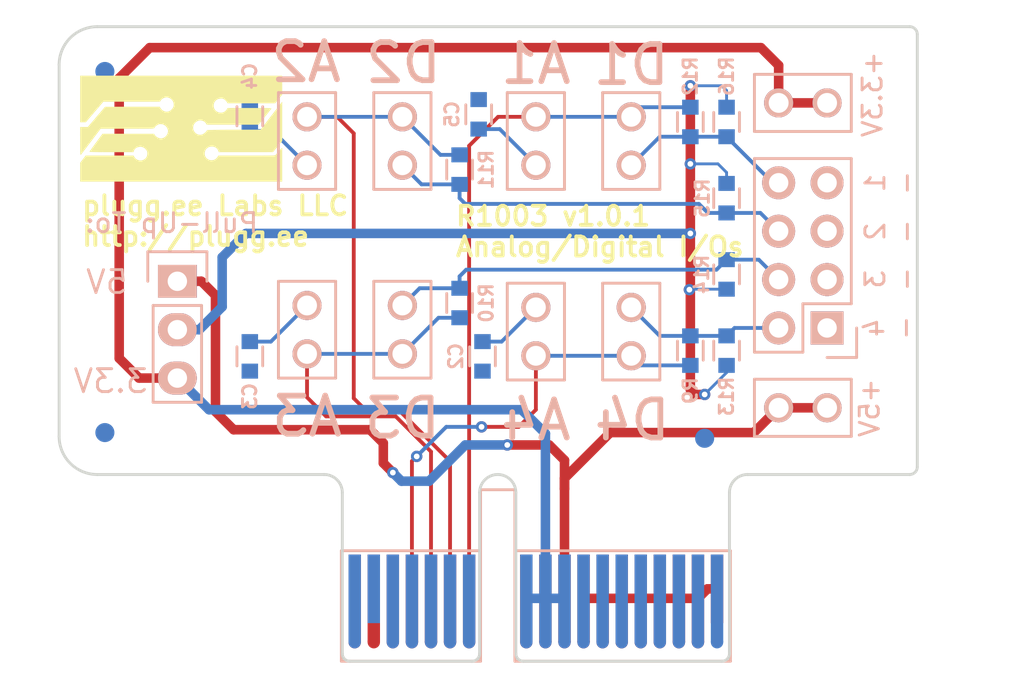
<source format=kicad_pcb>
(kicad_pcb (version 4) (host pcbnew 4.0.6-e0-6349~53~ubuntu14.04.1)

  (general
    (links 98)
    (no_connects 15)
    (area 124.924999 69.924999 170.075001 103.375001)
    (thickness 1.6)
    (drawings 41)
    (tracks 182)
    (zones 0)
    (modules 29)
    (nets 27)
  )

  (page A4)
  (layers
    (0 F.Cu signal)
    (31 B.Cu signal)
    (32 B.Adhes user)
    (33 F.Adhes user)
    (34 B.Paste user)
    (35 F.Paste user)
    (36 B.SilkS user hide)
    (37 F.SilkS user)
    (38 B.Mask user hide)
    (39 F.Mask user hide)
    (40 Dwgs.User user)
    (41 Cmts.User user)
    (42 Eco1.User user)
    (43 Eco2.User user)
    (44 Edge.Cuts user)
    (45 Margin user)
    (46 B.CrtYd user)
    (47 F.CrtYd user)
    (48 B.Fab user)
    (49 F.Fab user)
  )

  (setup
    (last_trace_width 0.15)
    (user_trace_width 0.2)
    (user_trace_width 0.3)
    (user_trace_width 0.5)
    (user_trace_width 0.7)
    (trace_clearance 0.15)
    (zone_clearance 0.22)
    (zone_45_only yes)
    (trace_min 0.15)
    (segment_width 0.2)
    (edge_width 0.15)
    (via_size 0.6)
    (via_drill 0.3)
    (via_min_size 0.6)
    (via_min_drill 0.3)
    (uvia_size 0.3)
    (uvia_drill 0.1)
    (uvias_allowed no)
    (uvia_min_size 0.2)
    (uvia_min_drill 0.1)
    (pcb_text_width 0.3)
    (pcb_text_size 1.5 1.5)
    (mod_edge_width 0.15)
    (mod_text_size 1 1)
    (mod_text_width 0.15)
    (pad_size 1.524 1.524)
    (pad_drill 0.762)
    (pad_to_mask_clearance 0)
    (aux_axis_origin 0 0)
    (visible_elements FFFEFFFF)
    (pcbplotparams
      (layerselection 0x010fc_80000001)
      (usegerberextensions false)
      (excludeedgelayer true)
      (linewidth 0.100000)
      (plotframeref false)
      (viasonmask false)
      (mode 1)
      (useauxorigin false)
      (hpglpennumber 1)
      (hpglpenspeed 20)
      (hpglpendiameter 15)
      (hpglpenoverlay 2)
      (psnegative false)
      (psa4output false)
      (plotreference true)
      (plotvalue true)
      (plotinvisibletext false)
      (padsonsilk false)
      (subtractmaskfromsilk false)
      (outputformat 1)
      (mirror false)
      (drillshape 0)
      (scaleselection 1)
      (outputdirectory Gerbers/))
  )

  (net 0 "")
  (net 1 +3V3)
  (net 2 GND)
  (net 3 PX4)
  (net 4 PX3)
  (net 5 PX2)
  (net 6 PX1)
  (net 7 C2D)
  (net 8 ID2)
  (net 9 ID3)
  (net 10 RESERVED0)
  (net 11 ID0)
  (net 12 ID1)
  (net 13 HT)
  (net 14 +5V)
  (net 15 SCL)
  (net 16 SDA)
  (net 17 ~MRESET)
  (net 18 P_JUMP)
  (net 19 /X4)
  (net 20 /X3)
  (net 21 /X2)
  (net 22 /X1)
  (net 23 /CX4)
  (net 24 /CX3)
  (net 25 /CX2)
  (net 26 /CX1)

  (net_class Default "This is the default net class."
    (clearance 0.15)
    (trace_width 0.15)
    (via_dia 0.6)
    (via_drill 0.3)
    (uvia_dia 0.3)
    (uvia_drill 0.1)
    (add_net +3V3)
    (add_net +5V)
    (add_net /CX1)
    (add_net /CX2)
    (add_net /CX3)
    (add_net /CX4)
    (add_net /X1)
    (add_net /X2)
    (add_net /X3)
    (add_net /X4)
    (add_net C2D)
    (add_net GND)
    (add_net HT)
    (add_net ID0)
    (add_net ID1)
    (add_net ID2)
    (add_net ID3)
    (add_net PX1)
    (add_net PX2)
    (add_net PX3)
    (add_net PX4)
    (add_net P_JUMP)
    (add_net RESERVED0)
    (add_net SCL)
    (add_net SDA)
    (add_net ~MRESET)
  )

  (module Main:PCIEXPRESS-X1 (layer B.Cu) (tedit 58DABB31) (tstamp 575B4241)
    (at 150 100 180)
    (path /575CF2BC)
    (fp_text reference J1 (at -4.445 3.81 180) (layer B.SilkS) hide
      (effects (font (size 1 1) (thickness 0.15)) (justify mirror))
    )
    (fp_text value PCIEXPRESS-X1 (at 6.985 3.81 180) (layer B.Fab) hide
      (effects (font (size 1 1) (thickness 0.15)) (justify mirror))
    )
    (fp_line (start 1.09982 2.49936) (end 1.09982 5.69976) (layer B.SilkS) (width 0.15))
    (fp_line (start 1.09982 5.69976) (end 2.90068 5.69976) (layer B.SilkS) (width 0.15))
    (fp_line (start 2.90068 5.69976) (end 2.90068 2.49936) (layer B.SilkS) (width 0.15))
    (fp_line (start -10.20064 2.49936) (end 1.09982 2.49936) (layer B.SilkS) (width 0.15))
    (fp_line (start 1.09982 2.49936) (end 1.09982 -3.29946) (layer B.SilkS) (width 0.15))
    (fp_line (start 1.09982 -3.29946) (end -10.20064 -3.29946) (layer B.SilkS) (width 0.15))
    (fp_line (start -10.20064 -3.29946) (end -10.20064 2.49936) (layer B.SilkS) (width 0.15))
    (fp_line (start 10.20064 2.49936) (end 2.90068 2.49936) (layer B.SilkS) (width 0.15))
    (fp_line (start 2.90068 -3.29946) (end 10.20064 -3.29946) (layer B.SilkS) (width 0.15))
    (fp_line (start 2.90068 2.49936) (end 2.90068 -3.29946) (layer B.SilkS) (width 0.15))
    (fp_line (start 10.20064 2.49936) (end 10.20064 -3.29946) (layer B.SilkS) (width 0.15))
    (pad B18 connect circle (at 9.4996 -2.30124 180) (size 0.65024 0.65024) (layers B.Cu B.Mask)
      (net 7 C2D))
    (pad B1 connect rect (at -9.4996 0 180) (size 0.65024 4.59994) (layers B.Cu B.Mask)
      (net 2 GND))
    (pad B2 connect rect (at -8.49884 0 180) (size 0.65024 4.59994) (layers B.Cu B.Mask)
      (net 2 GND))
    (pad B3 connect rect (at -7.50062 0 180) (size 0.65024 4.59994) (layers B.Cu B.Mask)
      (net 2 GND))
    (pad B4 connect rect (at -6.49986 0 180) (size 0.65024 4.59994) (layers B.Cu B.Mask)
      (net 2 GND))
    (pad B5 connect rect (at -5.4991 0 180) (size 0.65024 4.59994) (layers B.Cu B.Mask)
      (net 2 GND))
    (pad B6 connect rect (at -4.50088 0 180) (size 0.65024 4.59994) (layers B.Cu B.Mask)
      (net 2 GND))
    (pad B7 connect rect (at -3.50012 0 180) (size 0.65024 4.59994) (layers B.Cu B.Mask)
      (net 2 GND))
    (pad B8 connect rect (at -2.49936 0 180) (size 0.65024 4.59994) (layers B.Cu B.Mask)
      (net 2 GND))
    (pad B9 connect rect (at -1.50114 0 180) (size 0.65024 4.59994) (layers B.Cu B.Mask)
      (net 1 +3V3))
    (pad B10 connect rect (at -0.50038 0 180) (size 0.65024 4.59994) (layers B.Cu B.Mask)
      (net 1 +3V3))
    (pad B11 connect rect (at 0.50038 0 180) (size 0.65024 4.59994) (layers B.Cu B.Mask)
      (net 1 +3V3))
    (pad B14 connect rect (at 5.4991 0 180) (size 0.65024 4.59994) (layers B.Cu B.Mask)
      (net 8 ID2))
    (pad B15 connect rect (at 6.49986 0 180) (size 0.65024 4.59994) (layers B.Cu B.Mask)
      (net 9 ID3))
    (pad B16 connect rect (at 7.50062 0 180) (size 0.65024 4.59994) (layers B.Cu B.Mask)
      (net 10 RESERVED0))
    (pad B17 connect rect (at 8.49884 0.50038 180) (size 0.65024 3.59918) (layers B.Cu B.Mask))
    (pad B18 connect rect (at 9.4996 0 180) (size 0.65024 4.59994) (layers B.Cu B.Mask)
      (net 7 C2D))
    (pad B12 connect rect (at 3.50012 0 180) (size 0.65024 4.59994) (layers B.Cu B.Mask)
      (net 11 ID0))
    (pad B13 connect rect (at 4.50088 0 180) (size 0.65024 4.59994) (layers B.Cu B.Mask)
      (net 12 ID1))
    (pad A1 connect rect (at -9.4996 0.50038 180) (size 0.65024 3.59918) (layers F.Cu F.Mask)
      (net 13 HT))
    (pad A2 connect rect (at -8.49884 0 180) (size 0.65024 4.59994) (layers F.Cu F.Mask)
      (net 13 HT))
    (pad A3 connect rect (at -7.50062 0 180) (size 0.65024 4.59994) (layers F.Cu F.Mask)
      (net 13 HT))
    (pad A4 connect rect (at -6.49986 0 180) (size 0.65024 4.59994) (layers F.Cu F.Mask)
      (net 13 HT))
    (pad A5 connect rect (at -5.4991 0 180) (size 0.65024 4.59994) (layers F.Cu F.Mask)
      (net 13 HT))
    (pad A6 connect rect (at -4.50088 0 180) (size 0.65024 4.59994) (layers F.Cu F.Mask)
      (net 13 HT))
    (pad A7 connect rect (at -3.50012 0 180) (size 0.65024 4.59994) (layers F.Cu F.Mask)
      (net 13 HT))
    (pad A8 connect rect (at -2.49936 0 180) (size 0.65024 4.59994) (layers F.Cu F.Mask)
      (net 13 HT))
    (pad A9 connect rect (at -1.50114 0 180) (size 0.65024 4.59994) (layers F.Cu F.Mask)
      (net 14 +5V))
    (pad A10 connect rect (at -0.50038 0 180) (size 0.65024 4.59994) (layers F.Cu F.Mask)
      (net 14 +5V))
    (pad A11 connect rect (at 0.50038 0 180) (size 0.65024 4.59994) (layers F.Cu F.Mask)
      (net 14 +5V))
    (pad A14 connect rect (at 5.4991 0 180) (size 0.65024 4.59994) (layers F.Cu F.Mask)
      (net 4 PX3))
    (pad A15 connect rect (at 6.49986 0 180) (size 0.65024 4.59994) (layers F.Cu F.Mask)
      (net 3 PX4))
    (pad A16 connect rect (at 7.50062 0 180) (size 0.65024 4.59994) (layers F.Cu F.Mask)
      (net 15 SCL))
    (pad A17 connect rect (at 8.49884 0 180) (size 0.65024 4.59994) (layers F.Cu F.Mask)
      (net 16 SDA))
    (pad A18 connect rect (at 9.4996 0 180) (size 0.65024 4.59994) (layers F.Cu F.Mask)
      (net 17 ~MRESET))
    (pad A12 connect rect (at 3.50012 0 180) (size 0.65024 4.59994) (layers F.Cu F.Mask)
      (net 6 PX1))
    (pad A13 connect rect (at 4.50088 0 180) (size 0.65024 4.59994) (layers F.Cu F.Mask)
      (net 5 PX2))
    (pad B3 connect circle (at -7.50062 -2.30124 180) (size 0.65024 0.65024) (layers B.Cu B.Mask)
      (net 2 GND))
    (pad B4 connect circle (at -6.49986 -2.30124 180) (size 0.65024 0.65024) (layers B.Cu B.Mask)
      (net 2 GND))
    (pad B5 connect circle (at -5.4991 -2.30124 180) (size 0.65024 0.65024) (layers B.Cu B.Mask)
      (net 2 GND))
    (pad B6 connect circle (at -4.50088 -2.30124 180) (size 0.65024 0.65024) (layers B.Cu B.Mask)
      (net 2 GND))
    (pad B7 connect circle (at -3.50012 -2.30124 180) (size 0.65024 0.65024) (layers B.Cu B.Mask)
      (net 2 GND))
    (pad B8 connect circle (at -2.49936 -2.30124 180) (size 0.65024 0.65024) (layers B.Cu B.Mask)
      (net 2 GND))
    (pad B9 connect circle (at -1.50114 -2.30124 180) (size 0.65024 0.65024) (layers B.Cu B.Mask)
      (net 1 +3V3))
    (pad B10 connect circle (at -0.50038 -2.30124 180) (size 0.65024 0.65024) (layers B.Cu B.Mask)
      (net 1 +3V3))
    (pad B11 connect circle (at 0.50038 -2.30124 180) (size 0.65024 0.65024) (layers B.Cu B.Mask)
      (net 1 +3V3))
    (pad B1 connect circle (at -9.4996 -2.30124 180) (size 0.65024 0.65024) (layers B.Cu B.Mask)
      (net 2 GND))
    (pad B12 connect circle (at 3.50012 -2.30124 180) (size 0.65024 0.65024) (layers B.Cu B.Mask)
      (net 11 ID0))
    (pad B13 connect circle (at 4.50088 -2.30124 180) (size 0.65024 0.65024) (layers B.Cu B.Mask)
      (net 12 ID1))
    (pad B14 connect circle (at 5.4991 -2.30124 180) (size 0.65024 0.65024) (layers B.Cu B.Mask)
      (net 8 ID2))
    (pad B15 connect circle (at 6.49986 -2.30124 180) (size 0.65024 0.65024) (layers B.Cu B.Mask)
      (net 9 ID3))
    (pad B16 connect circle (at 7.50062 -2.30124 180) (size 0.65024 0.65024) (layers B.Cu B.Mask)
      (net 10 RESERVED0))
    (pad B2 connect circle (at -8.49884 -2.30124 180) (size 0.65024 0.65024) (layers B.Cu B.Mask)
      (net 2 GND))
    (pad A4 connect oval (at -6.49986 -2.30124 90) (size 0.65024 0.65024) (layers F.Cu F.Mask)
      (net 13 HT))
    (pad A5 connect oval (at -5.4991 -2.30124 90) (size 0.65024 0.65024) (layers F.Cu F.Mask)
      (net 13 HT))
    (pad A6 connect oval (at -4.50088 -2.30124 90) (size 0.65024 0.65024) (layers F.Cu F.Mask)
      (net 13 HT))
    (pad A7 connect oval (at -3.50012 -2.30124 90) (size 0.65024 0.65024) (layers F.Cu F.Mask)
      (net 13 HT))
    (pad A8 connect oval (at -2.49936 -2.30124 90) (size 0.65024 0.65024) (layers F.Cu F.Mask)
      (net 13 HT))
    (pad A9 connect oval (at -1.50114 -2.30124 90) (size 0.65024 0.65024) (layers F.Cu F.Mask)
      (net 14 +5V))
    (pad A10 connect oval (at -0.50038 -2.30124 90) (size 0.65024 0.65024) (layers F.Cu F.Mask)
      (net 14 +5V))
    (pad A14 connect oval (at 5.4991 -2.30124 90) (size 0.65024 0.65024) (layers F.Cu F.Mask)
      (net 4 PX3))
    (pad A15 connect oval (at 6.49986 -2.30124 90) (size 0.65024 0.65024) (layers F.Cu F.Mask)
      (net 3 PX4))
    (pad A3 connect oval (at -7.50062 -2.30124 90) (size 0.65024 0.65024) (layers F.Cu F.Mask)
      (net 13 HT))
    (pad A13 connect oval (at 4.50088 -2.30124 90) (size 0.65024 0.65024) (layers F.Cu F.Mask)
      (net 5 PX2))
    (pad A16 connect oval (at 7.50062 -2.30124 90) (size 0.65024 0.65024) (layers F.Cu F.Mask)
      (net 15 SCL))
    (pad A11 connect oval (at 0.50038 -2.30124 90) (size 0.65024 0.65024) (layers F.Cu F.Mask)
      (net 14 +5V))
    (pad A12 connect oval (at 3.50012 -2.30124 90) (size 0.65024 0.65024) (layers F.Cu F.Mask)
      (net 6 PX1))
    (pad A17 connect oval (at 8.49884 -2.30124 90) (size 0.65024 0.65024) (layers F.Cu F.Mask)
      (net 16 SDA))
    (pad A18 connect oval (at 9.4996 -2.30124 90) (size 0.65024 0.65024) (layers F.Cu F.Mask)
      (net 17 ~MRESET))
    (pad A2 connect oval (at -8.49884 -2.30124 90) (size 0.65024 0.65024) (layers F.Cu F.Mask)
      (net 13 HT))
  )

  (module Main:SOCKET254P-01X03 (layer B.Cu) (tedit 58DAC8EF) (tstamp 579C341D)
    (at 131.2 85.9 270)
    (descr "Through hole socket strip")
    (tags "socket strip")
    (path /579C68FD)
    (fp_text reference J2 (at -0.1 -2.3 270) (layer B.SilkS) hide
      (effects (font (size 1 1) (thickness 0.15)) (justify mirror))
    )
    (fp_text value CONN_01X03 (at 0 -2 270) (layer B.Fab) hide
      (effects (font (size 0.127 0.127) (thickness 0.03)) (justify mirror))
    )
    (fp_line (start -4.7 1.75) (end -4.7 -1.75) (layer B.CrtYd) (width 0.05))
    (fp_line (start 4.7 1.75) (end 4.7 -1.75) (layer B.CrtYd) (width 0.05))
    (fp_line (start -4.7 1.75) (end 4.7 1.75) (layer B.CrtYd) (width 0.05))
    (fp_line (start -4.7 -1.75) (end 4.7 -1.75) (layer B.CrtYd) (width 0.05))
    (fp_line (start -1.27 1.27) (end 3.81 1.27) (layer B.SilkS) (width 0.15))
    (fp_line (start -1.27 -1.27) (end 3.81 -1.27) (layer B.SilkS) (width 0.15))
    (fp_line (start -4.09 -1.55) (end -2.54 -1.55) (layer B.SilkS) (width 0.15))
    (fp_line (start 3.81 1.27) (end 3.81 -1.27) (layer B.SilkS) (width 0.15))
    (fp_line (start -1.27 -1.27) (end -1.27 1.27) (layer B.SilkS) (width 0.15))
    (fp_line (start -2.54 1.55) (end -4.09 1.55) (layer B.SilkS) (width 0.15))
    (fp_line (start -4.09 1.55) (end -4.09 -1.55) (layer B.SilkS) (width 0.15))
    (pad 1 thru_hole rect (at -2.54 0 270) (size 1.7272 2.032) (drill 1.016) (layers *.Cu *.Mask B.SilkS)
      (net 14 +5V))
    (pad 2 thru_hole oval (at 0 0 270) (size 1.7272 2.032) (drill 1.016) (layers *.Cu *.Mask B.SilkS)
      (net 18 P_JUMP))
    (pad 3 thru_hole oval (at 2.54 0 270) (size 1.7272 2.032) (drill 1.016) (layers *.Cu *.Mask B.SilkS)
      (net 1 +3V3))
    (model Socket_Strips.3dshapes/Socket_Strip_Straight_1x03.wrl
      (at (xyz 0 0 0))
      (scale (xyz 1 1 1))
      (rotate (xyz 0 0 0))
    )
  )

  (module Main:CONN254P-02X04 (layer B.Cu) (tedit 58DABB88) (tstamp 579C3435)
    (at 164 82 90)
    (descr "Through hole socket strip")
    (tags "socket strip")
    (path /579C2905)
    (fp_text reference J3 (at 6.2 0 180) (layer B.SilkS) hide
      (effects (font (size 1 1) (thickness 0.15)) (justify mirror))
    )
    (fp_text value CONN254P-02X04 (at 0 -3.81 90) (layer B.Fab) hide
      (effects (font (size 0.127 0.127) (thickness 0.03)) (justify mirror))
    )
    (fp_line (start -5.56 3.02) (end -5.56 -3.03) (layer B.CrtYd) (width 0.05))
    (fp_line (start 5.59 3.02) (end 5.59 -3.03) (layer B.CrtYd) (width 0.05))
    (fp_line (start -5.56 3.02) (end 5.59 3.02) (layer B.CrtYd) (width 0.05))
    (fp_line (start -5.56 -3.03) (end 5.59 -3.03) (layer B.CrtYd) (width 0.05))
    (fp_line (start -2.54 2.54) (end 5.08 2.54) (layer B.SilkS) (width 0.15))
    (fp_line (start 5.08 2.54) (end 5.08 -2.54) (layer B.SilkS) (width 0.15))
    (fp_line (start 5.08 -2.54) (end -5.08 -2.54) (layer B.SilkS) (width 0.15))
    (fp_line (start -5.08 -2.54) (end -5.08 0) (layer B.SilkS) (width 0.15))
    (fp_line (start -3.81 2.82) (end -5.36 2.82) (layer B.SilkS) (width 0.15))
    (fp_line (start -5.08 0) (end -2.54 0) (layer B.SilkS) (width 0.15))
    (fp_line (start -2.54 0) (end -2.54 2.54) (layer B.SilkS) (width 0.15))
    (fp_line (start -5.36 2.82) (end -5.36 1.27) (layer B.SilkS) (width 0.15))
    (pad 1 thru_hole rect (at -3.81 1.27 90) (size 1.7272 1.7272) (drill 1.016) (layers *.Cu *.Mask B.SilkS)
      (net 2 GND))
    (pad 2 thru_hole oval (at -3.81 -1.27 90) (size 1.7272 1.7272) (drill 1.016) (layers *.Cu *.Mask B.SilkS)
      (net 19 /X4))
    (pad 3 thru_hole oval (at -1.27 1.27 90) (size 1.7272 1.7272) (drill 1.016) (layers *.Cu *.Mask B.SilkS)
      (net 2 GND))
    (pad 4 thru_hole oval (at -1.27 -1.27 90) (size 1.7272 1.7272) (drill 1.016) (layers *.Cu *.Mask B.SilkS)
      (net 20 /X3))
    (pad 5 thru_hole oval (at 1.27 1.27 90) (size 1.7272 1.7272) (drill 1.016) (layers *.Cu *.Mask B.SilkS)
      (net 2 GND))
    (pad 6 thru_hole oval (at 1.27 -1.27 90) (size 1.7272 1.7272) (drill 1.016) (layers *.Cu *.Mask B.SilkS)
      (net 21 /X2))
    (pad 7 thru_hole oval (at 3.81 1.27 90) (size 1.7272 1.7272) (drill 1.016) (layers *.Cu *.Mask B.SilkS)
      (net 2 GND))
    (pad 8 thru_hole oval (at 3.81 -1.27 90) (size 1.7272 1.7272) (drill 1.016) (layers *.Cu *.Mask B.SilkS)
      (net 22 /X1))
    (model main.3dshapes/CONN254P-02X04.wrl
      (at (xyz -0.15 0 0))
      (scale (xyz 0.3937 0.3937 0.3937))
      (rotate (xyz -90 0 180))
    )
  )

  (module Main:CAPC0603 (layer B.Cu) (tedit 58DAC8AC) (tstamp 58DAA8D5)
    (at 147.2 87.3 270)
    (descr "Resistor SMD 0603, reflow soldering, Vishay (see dcrcw.pdf)")
    (tags "resistor 0603")
    (path /58DAD0E3)
    (attr smd)
    (fp_text reference C2 (at 0 1.4 270) (layer B.SilkS)
      (effects (font (size 0.7 0.7) (thickness 0.15)) (justify mirror))
    )
    (fp_text value CC0603KRX7R9BB104 (at 0 -0.508 270) (layer B.Fab)
      (effects (font (size 0.127 0.127) (thickness 0.03)) (justify mirror))
    )
    (fp_line (start -1.3 0.8) (end 1.3 0.8) (layer B.CrtYd) (width 0.05))
    (fp_line (start -1.3 -0.8) (end 1.3 -0.8) (layer B.CrtYd) (width 0.05))
    (fp_line (start -1.3 0.8) (end -1.3 -0.8) (layer B.CrtYd) (width 0.05))
    (fp_line (start 1.3 0.8) (end 1.3 -0.8) (layer B.CrtYd) (width 0.05))
    (fp_line (start 0.5 -0.675) (end -0.5 -0.675) (layer B.SilkS) (width 0.15))
    (fp_line (start -0.5 0.675) (end 0.5 0.675) (layer B.SilkS) (width 0.15))
    (pad 1 smd rect (at -0.7745 0 270) (size 0.787 0.864) (layers B.Cu B.Paste B.Mask)
      (net 23 /CX4))
    (pad 2 smd rect (at 0.7745 0 270) (size 0.787 0.864) (layers B.Cu B.Paste B.Mask)
      (net 2 GND))
    (model main.3dshapes/CAPC0603.wrl
      (at (xyz 0 0 0))
      (scale (xyz 1 1 1))
      (rotate (xyz 0 0 0))
    )
  )

  (module Main:CAPC0603 (layer B.Cu) (tedit 58DAC79E) (tstamp 58DAA8E0)
    (at 135 87.3 270)
    (descr "Resistor SMD 0603, reflow soldering, Vishay (see dcrcw.pdf)")
    (tags "resistor 0603")
    (path /58DB24C7)
    (attr smd)
    (fp_text reference C3 (at 2.1 0 270) (layer B.SilkS)
      (effects (font (size 0.7 0.7) (thickness 0.15)) (justify mirror))
    )
    (fp_text value CC0603KRX7R9BB104 (at 0 -0.508 270) (layer B.Fab)
      (effects (font (size 0.127 0.127) (thickness 0.03)) (justify mirror))
    )
    (fp_line (start -1.3 0.8) (end 1.3 0.8) (layer B.CrtYd) (width 0.05))
    (fp_line (start -1.3 -0.8) (end 1.3 -0.8) (layer B.CrtYd) (width 0.05))
    (fp_line (start -1.3 0.8) (end -1.3 -0.8) (layer B.CrtYd) (width 0.05))
    (fp_line (start 1.3 0.8) (end 1.3 -0.8) (layer B.CrtYd) (width 0.05))
    (fp_line (start 0.5 -0.675) (end -0.5 -0.675) (layer B.SilkS) (width 0.15))
    (fp_line (start -0.5 0.675) (end 0.5 0.675) (layer B.SilkS) (width 0.15))
    (pad 1 smd rect (at -0.7745 0 270) (size 0.787 0.864) (layers B.Cu B.Paste B.Mask)
      (net 24 /CX3))
    (pad 2 smd rect (at 0.7745 0 270) (size 0.787 0.864) (layers B.Cu B.Paste B.Mask)
      (net 2 GND))
    (model main.3dshapes/CAPC0603.wrl
      (at (xyz 0 0 0))
      (scale (xyz 1 1 1))
      (rotate (xyz 0 0 0))
    )
  )

  (module Main:CAPC0603 (layer B.Cu) (tedit 58DAC7DE) (tstamp 58DAA8EB)
    (at 135 74.7 90)
    (descr "Resistor SMD 0603, reflow soldering, Vishay (see dcrcw.pdf)")
    (tags "resistor 0603")
    (path /58DB0183)
    (attr smd)
    (fp_text reference C4 (at 2.1 0 90) (layer B.SilkS)
      (effects (font (size 0.7 0.7) (thickness 0.15)) (justify mirror))
    )
    (fp_text value CC0603KRX7R9BB104 (at 0 -0.508 90) (layer B.Fab)
      (effects (font (size 0.127 0.127) (thickness 0.03)) (justify mirror))
    )
    (fp_line (start -1.3 0.8) (end 1.3 0.8) (layer B.CrtYd) (width 0.05))
    (fp_line (start -1.3 -0.8) (end 1.3 -0.8) (layer B.CrtYd) (width 0.05))
    (fp_line (start -1.3 0.8) (end -1.3 -0.8) (layer B.CrtYd) (width 0.05))
    (fp_line (start 1.3 0.8) (end 1.3 -0.8) (layer B.CrtYd) (width 0.05))
    (fp_line (start 0.5 -0.675) (end -0.5 -0.675) (layer B.SilkS) (width 0.15))
    (fp_line (start -0.5 0.675) (end 0.5 0.675) (layer B.SilkS) (width 0.15))
    (pad 1 smd rect (at -0.7745 0 90) (size 0.787 0.864) (layers B.Cu B.Paste B.Mask)
      (net 25 /CX2))
    (pad 2 smd rect (at 0.7745 0 90) (size 0.787 0.864) (layers B.Cu B.Paste B.Mask)
      (net 2 GND))
    (model main.3dshapes/CAPC0603.wrl
      (at (xyz 0 0 0))
      (scale (xyz 1 1 1))
      (rotate (xyz 0 0 0))
    )
  )

  (module Main:CAPC0603 (layer B.Cu) (tedit 58DAC8A6) (tstamp 58DAA8F6)
    (at 147 74.6 90)
    (descr "Resistor SMD 0603, reflow soldering, Vishay (see dcrcw.pdf)")
    (tags "resistor 0603")
    (path /58DB3893)
    (attr smd)
    (fp_text reference C5 (at 0 -1.4 90) (layer B.SilkS)
      (effects (font (size 0.7 0.7) (thickness 0.15)) (justify mirror))
    )
    (fp_text value CC0603KRX7R9BB104 (at 0 -0.508 90) (layer B.Fab)
      (effects (font (size 0.127 0.127) (thickness 0.03)) (justify mirror))
    )
    (fp_line (start -1.3 0.8) (end 1.3 0.8) (layer B.CrtYd) (width 0.05))
    (fp_line (start -1.3 -0.8) (end 1.3 -0.8) (layer B.CrtYd) (width 0.05))
    (fp_line (start -1.3 0.8) (end -1.3 -0.8) (layer B.CrtYd) (width 0.05))
    (fp_line (start 1.3 0.8) (end 1.3 -0.8) (layer B.CrtYd) (width 0.05))
    (fp_line (start 0.5 -0.675) (end -0.5 -0.675) (layer B.SilkS) (width 0.15))
    (fp_line (start -0.5 0.675) (end 0.5 0.675) (layer B.SilkS) (width 0.15))
    (pad 1 smd rect (at -0.7745 0 90) (size 0.787 0.864) (layers B.Cu B.Paste B.Mask)
      (net 26 /CX1))
    (pad 2 smd rect (at 0.7745 0 90) (size 0.787 0.864) (layers B.Cu B.Paste B.Mask)
      (net 2 GND))
    (model main.3dshapes/CAPC0603.wrl
      (at (xyz 0 0 0))
      (scale (xyz 1 1 1))
      (rotate (xyz 0 0 0))
    )
  )

  (module Main:RESC0603 (layer B.Cu) (tedit 58DAC6F4) (tstamp 58DAA913)
    (at 158.1 87 270)
    (descr "Resistor SMD 0603, reflow soldering, Vishay (see dcrcw.pdf)")
    (tags "resistor 0603")
    (path /58DAD0D6)
    (attr smd)
    (fp_text reference R9 (at 2.1 0 270) (layer B.SilkS)
      (effects (font (size 0.7 0.7) (thickness 0.15)) (justify mirror))
    )
    (fp_text value RC0603FR-0710KL (at 0 -0.508 270) (layer B.Fab)
      (effects (font (size 0.127 0.127) (thickness 0.03)) (justify mirror))
    )
    (fp_line (start -1.3 0.8) (end 1.3 0.8) (layer B.CrtYd) (width 0.05))
    (fp_line (start -1.3 -0.8) (end 1.3 -0.8) (layer B.CrtYd) (width 0.05))
    (fp_line (start -1.3 0.8) (end -1.3 -0.8) (layer B.CrtYd) (width 0.05))
    (fp_line (start 1.3 0.8) (end 1.3 -0.8) (layer B.CrtYd) (width 0.05))
    (fp_line (start 0.5 -0.675) (end -0.5 -0.675) (layer B.SilkS) (width 0.15))
    (fp_line (start -0.5 0.675) (end 0.5 0.675) (layer B.SilkS) (width 0.15))
    (pad 1 smd rect (at -0.7745 0 270) (size 0.787 0.864) (layers B.Cu B.Paste B.Mask)
      (net 19 /X4))
    (pad 2 smd rect (at 0.7745 0 270) (size 0.787 0.864) (layers B.Cu B.Paste B.Mask)
      (net 3 PX4))
    (model main.3dshapes/RESC0603.wrl
      (at (xyz 0 0 0))
      (scale (xyz 1 1 1))
      (rotate (xyz 0 0 0))
    )
  )

  (module Main:RESC0603 (layer B.Cu) (tedit 58DAC8AA) (tstamp 58DAA91E)
    (at 146 84.5 270)
    (descr "Resistor SMD 0603, reflow soldering, Vishay (see dcrcw.pdf)")
    (tags "resistor 0603")
    (path /58DB1C1C)
    (attr smd)
    (fp_text reference R10 (at 0 -1.4 270) (layer B.SilkS)
      (effects (font (size 0.7 0.7) (thickness 0.15)) (justify mirror))
    )
    (fp_text value RC0603FR-0710KL (at 0 -0.508 270) (layer B.Fab)
      (effects (font (size 0.127 0.127) (thickness 0.03)) (justify mirror))
    )
    (fp_line (start -1.3 0.8) (end 1.3 0.8) (layer B.CrtYd) (width 0.05))
    (fp_line (start -1.3 -0.8) (end 1.3 -0.8) (layer B.CrtYd) (width 0.05))
    (fp_line (start -1.3 0.8) (end -1.3 -0.8) (layer B.CrtYd) (width 0.05))
    (fp_line (start 1.3 0.8) (end 1.3 -0.8) (layer B.CrtYd) (width 0.05))
    (fp_line (start 0.5 -0.675) (end -0.5 -0.675) (layer B.SilkS) (width 0.15))
    (fp_line (start -0.5 0.675) (end 0.5 0.675) (layer B.SilkS) (width 0.15))
    (pad 1 smd rect (at -0.7745 0 270) (size 0.787 0.864) (layers B.Cu B.Paste B.Mask)
      (net 20 /X3))
    (pad 2 smd rect (at 0.7745 0 270) (size 0.787 0.864) (layers B.Cu B.Paste B.Mask)
      (net 4 PX3))
    (model main.3dshapes/RESC0603.wrl
      (at (xyz 0 0 0))
      (scale (xyz 1 1 1))
      (rotate (xyz 0 0 0))
    )
  )

  (module Main:RESC0603 (layer B.Cu) (tedit 58DAC8A3) (tstamp 58DAA929)
    (at 146 77.5 90)
    (descr "Resistor SMD 0603, reflow soldering, Vishay (see dcrcw.pdf)")
    (tags "resistor 0603")
    (path /58DB0176)
    (attr smd)
    (fp_text reference R11 (at 0 1.4 90) (layer B.SilkS)
      (effects (font (size 0.7 0.7) (thickness 0.15)) (justify mirror))
    )
    (fp_text value RC0603FR-0710KL (at 0 -0.508 90) (layer B.Fab)
      (effects (font (size 0.127 0.127) (thickness 0.03)) (justify mirror))
    )
    (fp_line (start -1.3 0.8) (end 1.3 0.8) (layer B.CrtYd) (width 0.05))
    (fp_line (start -1.3 -0.8) (end 1.3 -0.8) (layer B.CrtYd) (width 0.05))
    (fp_line (start -1.3 0.8) (end -1.3 -0.8) (layer B.CrtYd) (width 0.05))
    (fp_line (start 1.3 0.8) (end 1.3 -0.8) (layer B.CrtYd) (width 0.05))
    (fp_line (start 0.5 -0.675) (end -0.5 -0.675) (layer B.SilkS) (width 0.15))
    (fp_line (start -0.5 0.675) (end 0.5 0.675) (layer B.SilkS) (width 0.15))
    (pad 1 smd rect (at -0.7745 0 90) (size 0.787 0.864) (layers B.Cu B.Paste B.Mask)
      (net 21 /X2))
    (pad 2 smd rect (at 0.7745 0 90) (size 0.787 0.864) (layers B.Cu B.Paste B.Mask)
      (net 5 PX2))
    (model main.3dshapes/RESC0603.wrl
      (at (xyz 0 0 0))
      (scale (xyz 1 1 1))
      (rotate (xyz 0 0 0))
    )
  )

  (module Main:RESC0603 (layer B.Cu) (tedit 58DAC808) (tstamp 58DAA934)
    (at 158.1 75 90)
    (descr "Resistor SMD 0603, reflow soldering, Vishay (see dcrcw.pdf)")
    (tags "resistor 0603")
    (path /58DB3886)
    (attr smd)
    (fp_text reference R12 (at 2.4 0 90) (layer B.SilkS)
      (effects (font (size 0.7 0.7) (thickness 0.15)) (justify mirror))
    )
    (fp_text value RC0603FR-0710KL (at 0 -0.508 90) (layer B.Fab)
      (effects (font (size 0.127 0.127) (thickness 0.03)) (justify mirror))
    )
    (fp_line (start -1.3 0.8) (end 1.3 0.8) (layer B.CrtYd) (width 0.05))
    (fp_line (start -1.3 -0.8) (end 1.3 -0.8) (layer B.CrtYd) (width 0.05))
    (fp_line (start -1.3 0.8) (end -1.3 -0.8) (layer B.CrtYd) (width 0.05))
    (fp_line (start 1.3 0.8) (end 1.3 -0.8) (layer B.CrtYd) (width 0.05))
    (fp_line (start 0.5 -0.675) (end -0.5 -0.675) (layer B.SilkS) (width 0.15))
    (fp_line (start -0.5 0.675) (end 0.5 0.675) (layer B.SilkS) (width 0.15))
    (pad 1 smd rect (at -0.7745 0 90) (size 0.787 0.864) (layers B.Cu B.Paste B.Mask)
      (net 22 /X1))
    (pad 2 smd rect (at 0.7745 0 90) (size 0.787 0.864) (layers B.Cu B.Paste B.Mask)
      (net 6 PX1))
    (model main.3dshapes/RESC0603.wrl
      (at (xyz 0 0 0))
      (scale (xyz 1 1 1))
      (rotate (xyz 0 0 0))
    )
  )

  (module Main:RESC0603 (layer B.Cu) (tedit 58DAC6EF) (tstamp 58DAA93F)
    (at 160 87 90)
    (descr "Resistor SMD 0603, reflow soldering, Vishay (see dcrcw.pdf)")
    (tags "resistor 0603")
    (path /58DAD0CA)
    (attr smd)
    (fp_text reference R13 (at -2.4 0 270) (layer B.SilkS)
      (effects (font (size 0.7 0.7) (thickness 0.15)) (justify mirror))
    )
    (fp_text value RC0603FR-074K7L (at 0 -0.508 90) (layer B.Fab)
      (effects (font (size 0.127 0.127) (thickness 0.03)) (justify mirror))
    )
    (fp_line (start -1.3 0.8) (end 1.3 0.8) (layer B.CrtYd) (width 0.05))
    (fp_line (start -1.3 -0.8) (end 1.3 -0.8) (layer B.CrtYd) (width 0.05))
    (fp_line (start -1.3 0.8) (end -1.3 -0.8) (layer B.CrtYd) (width 0.05))
    (fp_line (start 1.3 0.8) (end 1.3 -0.8) (layer B.CrtYd) (width 0.05))
    (fp_line (start 0.5 -0.675) (end -0.5 -0.675) (layer B.SilkS) (width 0.15))
    (fp_line (start -0.5 0.675) (end 0.5 0.675) (layer B.SilkS) (width 0.15))
    (pad 1 smd rect (at -0.7745 0 90) (size 0.787 0.864) (layers B.Cu B.Paste B.Mask)
      (net 18 P_JUMP))
    (pad 2 smd rect (at 0.7745 0 90) (size 0.787 0.864) (layers B.Cu B.Paste B.Mask)
      (net 19 /X4))
    (model main.3dshapes/RESC0603.wrl
      (at (xyz 0 0 0))
      (scale (xyz 1 1 1))
      (rotate (xyz 0 0 0))
    )
  )

  (module Main:RESC0603 (layer B.Cu) (tedit 58DABD09) (tstamp 58DAA94A)
    (at 160 83 90)
    (descr "Resistor SMD 0603, reflow soldering, Vishay (see dcrcw.pdf)")
    (tags "resistor 0603")
    (path /58DB155C)
    (attr smd)
    (fp_text reference R14 (at 0 -1.3 270) (layer B.SilkS)
      (effects (font (size 0.7 0.7) (thickness 0.15)) (justify mirror))
    )
    (fp_text value RC0603FR-074K7L (at 0 -0.508 90) (layer B.Fab)
      (effects (font (size 0.127 0.127) (thickness 0.03)) (justify mirror))
    )
    (fp_line (start -1.3 0.8) (end 1.3 0.8) (layer B.CrtYd) (width 0.05))
    (fp_line (start -1.3 -0.8) (end 1.3 -0.8) (layer B.CrtYd) (width 0.05))
    (fp_line (start -1.3 0.8) (end -1.3 -0.8) (layer B.CrtYd) (width 0.05))
    (fp_line (start 1.3 0.8) (end 1.3 -0.8) (layer B.CrtYd) (width 0.05))
    (fp_line (start 0.5 -0.675) (end -0.5 -0.675) (layer B.SilkS) (width 0.15))
    (fp_line (start -0.5 0.675) (end 0.5 0.675) (layer B.SilkS) (width 0.15))
    (pad 1 smd rect (at -0.7745 0 90) (size 0.787 0.864) (layers B.Cu B.Paste B.Mask)
      (net 18 P_JUMP))
    (pad 2 smd rect (at 0.7745 0 90) (size 0.787 0.864) (layers B.Cu B.Paste B.Mask)
      (net 20 /X3))
    (model main.3dshapes/RESC0603.wrl
      (at (xyz 0 0 0))
      (scale (xyz 1 1 1))
      (rotate (xyz 0 0 0))
    )
  )

  (module Main:RESC0603 (layer B.Cu) (tedit 57E1BCC6) (tstamp 58DAA955)
    (at 160 79 270)
    (descr "Resistor SMD 0603, reflow soldering, Vishay (see dcrcw.pdf)")
    (tags "resistor 0603")
    (path /58DB016A)
    (attr smd)
    (fp_text reference R15 (at 0 1.27 270) (layer B.SilkS)
      (effects (font (size 0.7 0.7) (thickness 0.15)) (justify mirror))
    )
    (fp_text value RC0603FR-074K7L (at 0 -0.508 270) (layer B.Fab)
      (effects (font (size 0.127 0.127) (thickness 0.03)) (justify mirror))
    )
    (fp_line (start -1.3 0.8) (end 1.3 0.8) (layer B.CrtYd) (width 0.05))
    (fp_line (start -1.3 -0.8) (end 1.3 -0.8) (layer B.CrtYd) (width 0.05))
    (fp_line (start -1.3 0.8) (end -1.3 -0.8) (layer B.CrtYd) (width 0.05))
    (fp_line (start 1.3 0.8) (end 1.3 -0.8) (layer B.CrtYd) (width 0.05))
    (fp_line (start 0.5 -0.675) (end -0.5 -0.675) (layer B.SilkS) (width 0.15))
    (fp_line (start -0.5 0.675) (end 0.5 0.675) (layer B.SilkS) (width 0.15))
    (pad 1 smd rect (at -0.7745 0 270) (size 0.787 0.864) (layers B.Cu B.Paste B.Mask)
      (net 18 P_JUMP))
    (pad 2 smd rect (at 0.7745 0 270) (size 0.787 0.864) (layers B.Cu B.Paste B.Mask)
      (net 21 /X2))
    (model main.3dshapes/RESC0603.wrl
      (at (xyz 0 0 0))
      (scale (xyz 1 1 1))
      (rotate (xyz 0 0 0))
    )
  )

  (module Main:RESC0603 (layer B.Cu) (tedit 58DAC7F1) (tstamp 58DAA960)
    (at 160 75 270)
    (descr "Resistor SMD 0603, reflow soldering, Vishay (see dcrcw.pdf)")
    (tags "resistor 0603")
    (path /58DB387A)
    (attr smd)
    (fp_text reference R16 (at -2.4 0 270) (layer B.SilkS)
      (effects (font (size 0.7 0.7) (thickness 0.15)) (justify mirror))
    )
    (fp_text value RC0603FR-074K7L (at 0 -0.508 270) (layer B.Fab)
      (effects (font (size 0.127 0.127) (thickness 0.03)) (justify mirror))
    )
    (fp_line (start -1.3 0.8) (end 1.3 0.8) (layer B.CrtYd) (width 0.05))
    (fp_line (start -1.3 -0.8) (end 1.3 -0.8) (layer B.CrtYd) (width 0.05))
    (fp_line (start -1.3 0.8) (end -1.3 -0.8) (layer B.CrtYd) (width 0.05))
    (fp_line (start 1.3 0.8) (end 1.3 -0.8) (layer B.CrtYd) (width 0.05))
    (fp_line (start 0.5 -0.675) (end -0.5 -0.675) (layer B.SilkS) (width 0.15))
    (fp_line (start -0.5 0.675) (end 0.5 0.675) (layer B.SilkS) (width 0.15))
    (pad 1 smd rect (at -0.7745 0 270) (size 0.787 0.864) (layers B.Cu B.Paste B.Mask)
      (net 18 P_JUMP))
    (pad 2 smd rect (at 0.7745 0 270) (size 0.787 0.864) (layers B.Cu B.Paste B.Mask)
      (net 22 /X1))
    (model main.3dshapes/RESC0603.wrl
      (at (xyz 0 0 0))
      (scale (xyz 1 1 1))
      (rotate (xyz 0 0 0))
    )
  )

  (module Main:SOCKET254P-01X02_2 (layer B.Cu) (tedit 58DAC749) (tstamp 58DABBFF)
    (at 150 86 270)
    (path /58DC5F58)
    (fp_text reference J5 (at -3.3 0 360) (layer B.SilkS) hide
      (effects (font (size 0.7 0.7) (thickness 0.15)) (justify mirror))
    )
    (fp_text value SOCKET254P-01X02 (at 0 -1.1 270) (layer B.Fab) hide
      (effects (font (size 0.127 0.127) (thickness 0.03)) (justify mirror))
    )
    (fp_line (start 2.667 -1.627) (end 2.667 1.627) (layer B.CrtYd) (width 0.1524))
    (fp_line (start 2.667 1.627) (end -2.667 1.627) (layer B.CrtYd) (width 0.1524))
    (fp_line (start -2.667 1.627) (end -2.667 -1.627) (layer B.CrtYd) (width 0.1524))
    (fp_line (start -2.667 -1.627) (end 2.667 -1.627) (layer B.CrtYd) (width 0.1524))
    (fp_line (start 2.54 -1.5) (end -2.54 -1.5) (layer B.SilkS) (width 0.1524))
    (fp_line (start 2.54 1.5) (end -2.54 1.5) (layer B.SilkS) (width 0.1524))
    (fp_line (start 2.54 -1.5) (end 2.54 1.5) (layer B.SilkS) (width 0.1524))
    (fp_line (start -2.54 -1.5) (end -2.54 1.5) (layer B.SilkS) (width 0.1524))
    (pad 1 thru_hole circle (at -1.27 0 270) (size 1.524 1.524) (drill 1.0414) (layers *.Cu *.Mask B.SilkS)
      (net 23 /CX4))
    (pad 2 thru_hole circle (at 1.27 0 270) (size 1.524 1.524) (drill 1.0414) (layers *.Cu *.Mask B.SilkS)
      (net 3 PX4))
    (model main.3dshapes/SOCKET254P-01X02_2.wrl
      (at (xyz 0 0 0))
      (scale (xyz 1 1 1))
      (rotate (xyz 0 0 0))
    )
  )

  (module Main:SOCKET254P-01X02_2 (layer B.Cu) (tedit 58DAC77C) (tstamp 58DABC0D)
    (at 138 85.9 270)
    (path /58DC80AC)
    (fp_text reference J6 (at 0 2.2 270) (layer B.SilkS) hide
      (effects (font (size 0.7 0.7) (thickness 0.15)) (justify mirror))
    )
    (fp_text value SOCKET254P-01X02 (at 0 -1.1 270) (layer B.Fab) hide
      (effects (font (size 0.127 0.127) (thickness 0.03)) (justify mirror))
    )
    (fp_line (start 2.667 -1.627) (end 2.667 1.627) (layer B.CrtYd) (width 0.1524))
    (fp_line (start 2.667 1.627) (end -2.667 1.627) (layer B.CrtYd) (width 0.1524))
    (fp_line (start -2.667 1.627) (end -2.667 -1.627) (layer B.CrtYd) (width 0.1524))
    (fp_line (start -2.667 -1.627) (end 2.667 -1.627) (layer B.CrtYd) (width 0.1524))
    (fp_line (start 2.54 -1.5) (end -2.54 -1.5) (layer B.SilkS) (width 0.1524))
    (fp_line (start 2.54 1.5) (end -2.54 1.5) (layer B.SilkS) (width 0.1524))
    (fp_line (start 2.54 -1.5) (end 2.54 1.5) (layer B.SilkS) (width 0.1524))
    (fp_line (start -2.54 -1.5) (end -2.54 1.5) (layer B.SilkS) (width 0.1524))
    (pad 1 thru_hole circle (at -1.27 0 270) (size 1.524 1.524) (drill 1.0414) (layers *.Cu *.Mask B.SilkS)
      (net 24 /CX3))
    (pad 2 thru_hole circle (at 1.27 0 270) (size 1.524 1.524) (drill 1.0414) (layers *.Cu *.Mask B.SilkS)
      (net 4 PX3))
    (model main.3dshapes/SOCKET254P-01X02_2.wrl
      (at (xyz 0 0 0))
      (scale (xyz 1 1 1))
      (rotate (xyz 0 0 0))
    )
  )

  (module Main:SOCKET254P-01X02_2 (layer B.Cu) (tedit 58DAC7A9) (tstamp 58DABC1B)
    (at 138 76 90)
    (path /58DC8586)
    (fp_text reference J7 (at 0 2.2 90) (layer B.SilkS) hide
      (effects (font (size 0.7 0.7) (thickness 0.15)) (justify mirror))
    )
    (fp_text value SOCKET254P-01X02 (at 0 -1.1 90) (layer B.Fab) hide
      (effects (font (size 0.127 0.127) (thickness 0.03)) (justify mirror))
    )
    (fp_line (start 2.667 -1.627) (end 2.667 1.627) (layer B.CrtYd) (width 0.1524))
    (fp_line (start 2.667 1.627) (end -2.667 1.627) (layer B.CrtYd) (width 0.1524))
    (fp_line (start -2.667 1.627) (end -2.667 -1.627) (layer B.CrtYd) (width 0.1524))
    (fp_line (start -2.667 -1.627) (end 2.667 -1.627) (layer B.CrtYd) (width 0.1524))
    (fp_line (start 2.54 -1.5) (end -2.54 -1.5) (layer B.SilkS) (width 0.1524))
    (fp_line (start 2.54 1.5) (end -2.54 1.5) (layer B.SilkS) (width 0.1524))
    (fp_line (start 2.54 -1.5) (end 2.54 1.5) (layer B.SilkS) (width 0.1524))
    (fp_line (start -2.54 -1.5) (end -2.54 1.5) (layer B.SilkS) (width 0.1524))
    (pad 1 thru_hole circle (at -1.27 0 90) (size 1.524 1.524) (drill 1.0414) (layers *.Cu *.Mask B.SilkS)
      (net 25 /CX2))
    (pad 2 thru_hole circle (at 1.27 0 90) (size 1.524 1.524) (drill 1.0414) (layers *.Cu *.Mask B.SilkS)
      (net 5 PX2))
    (model main.3dshapes/SOCKET254P-01X02_2.wrl
      (at (xyz 0 0 0))
      (scale (xyz 1 1 1))
      (rotate (xyz 0 0 0))
    )
  )

  (module Main:SOCKET254P-01X02_2 (layer B.Cu) (tedit 58DAC750) (tstamp 58DABC29)
    (at 150 76 90)
    (path /58DC8A81)
    (fp_text reference J8 (at -3.3 0 180) (layer B.SilkS) hide
      (effects (font (size 0.7 0.7) (thickness 0.15)) (justify mirror))
    )
    (fp_text value SOCKET254P-01X02 (at 0 -1.1 90) (layer B.Fab) hide
      (effects (font (size 0.127 0.127) (thickness 0.03)) (justify mirror))
    )
    (fp_line (start 2.667 -1.627) (end 2.667 1.627) (layer B.CrtYd) (width 0.1524))
    (fp_line (start 2.667 1.627) (end -2.667 1.627) (layer B.CrtYd) (width 0.1524))
    (fp_line (start -2.667 1.627) (end -2.667 -1.627) (layer B.CrtYd) (width 0.1524))
    (fp_line (start -2.667 -1.627) (end 2.667 -1.627) (layer B.CrtYd) (width 0.1524))
    (fp_line (start 2.54 -1.5) (end -2.54 -1.5) (layer B.SilkS) (width 0.1524))
    (fp_line (start 2.54 1.5) (end -2.54 1.5) (layer B.SilkS) (width 0.1524))
    (fp_line (start 2.54 -1.5) (end 2.54 1.5) (layer B.SilkS) (width 0.1524))
    (fp_line (start -2.54 -1.5) (end -2.54 1.5) (layer B.SilkS) (width 0.1524))
    (pad 1 thru_hole circle (at -1.27 0 90) (size 1.524 1.524) (drill 1.0414) (layers *.Cu *.Mask B.SilkS)
      (net 26 /CX1))
    (pad 2 thru_hole circle (at 1.27 0 90) (size 1.524 1.524) (drill 1.0414) (layers *.Cu *.Mask B.SilkS)
      (net 6 PX1))
    (model main.3dshapes/SOCKET254P-01X02_2.wrl
      (at (xyz 0 0 0))
      (scale (xyz 1 1 1))
      (rotate (xyz 0 0 0))
    )
  )

  (module Main:SOCKET254P-01X02_2 (layer B.Cu) (tedit 58DAC779) (tstamp 58DABC37)
    (at 143 85.9 270)
    (path /58DC64FB)
    (fp_text reference J9 (at 0 2.2 270) (layer B.SilkS) hide
      (effects (font (size 0.7 0.7) (thickness 0.15)) (justify mirror))
    )
    (fp_text value SOCKET254P-01X02 (at 0 -1.1 270) (layer B.Fab) hide
      (effects (font (size 0.127 0.127) (thickness 0.03)) (justify mirror))
    )
    (fp_line (start 2.667 -1.627) (end 2.667 1.627) (layer B.CrtYd) (width 0.1524))
    (fp_line (start 2.667 1.627) (end -2.667 1.627) (layer B.CrtYd) (width 0.1524))
    (fp_line (start -2.667 1.627) (end -2.667 -1.627) (layer B.CrtYd) (width 0.1524))
    (fp_line (start -2.667 -1.627) (end 2.667 -1.627) (layer B.CrtYd) (width 0.1524))
    (fp_line (start 2.54 -1.5) (end -2.54 -1.5) (layer B.SilkS) (width 0.1524))
    (fp_line (start 2.54 1.5) (end -2.54 1.5) (layer B.SilkS) (width 0.1524))
    (fp_line (start 2.54 -1.5) (end 2.54 1.5) (layer B.SilkS) (width 0.1524))
    (fp_line (start -2.54 -1.5) (end -2.54 1.5) (layer B.SilkS) (width 0.1524))
    (pad 1 thru_hole circle (at -1.27 0 270) (size 1.524 1.524) (drill 1.0414) (layers *.Cu *.Mask B.SilkS)
      (net 20 /X3))
    (pad 2 thru_hole circle (at 1.27 0 270) (size 1.524 1.524) (drill 1.0414) (layers *.Cu *.Mask B.SilkS)
      (net 4 PX3))
    (model main.3dshapes/SOCKET254P-01X02_2.wrl
      (at (xyz 0 0 0))
      (scale (xyz 1 1 1))
      (rotate (xyz 0 0 0))
    )
  )

  (module Main:SOCKET254P-01X02_2 (layer B.Cu) (tedit 58DAC7A6) (tstamp 58DABC45)
    (at 143 76 90)
    (path /58DC6A3B)
    (fp_text reference J10 (at 0 2.2 90) (layer B.SilkS) hide
      (effects (font (size 0.7 0.7) (thickness 0.15)) (justify mirror))
    )
    (fp_text value SOCKET254P-01X02 (at 0 -1.1 90) (layer B.Fab) hide
      (effects (font (size 0.127 0.127) (thickness 0.03)) (justify mirror))
    )
    (fp_line (start 2.667 -1.627) (end 2.667 1.627) (layer B.CrtYd) (width 0.1524))
    (fp_line (start 2.667 1.627) (end -2.667 1.627) (layer B.CrtYd) (width 0.1524))
    (fp_line (start -2.667 1.627) (end -2.667 -1.627) (layer B.CrtYd) (width 0.1524))
    (fp_line (start -2.667 -1.627) (end 2.667 -1.627) (layer B.CrtYd) (width 0.1524))
    (fp_line (start 2.54 -1.5) (end -2.54 -1.5) (layer B.SilkS) (width 0.1524))
    (fp_line (start 2.54 1.5) (end -2.54 1.5) (layer B.SilkS) (width 0.1524))
    (fp_line (start 2.54 -1.5) (end 2.54 1.5) (layer B.SilkS) (width 0.1524))
    (fp_line (start -2.54 -1.5) (end -2.54 1.5) (layer B.SilkS) (width 0.1524))
    (pad 1 thru_hole circle (at -1.27 0 90) (size 1.524 1.524) (drill 1.0414) (layers *.Cu *.Mask B.SilkS)
      (net 21 /X2))
    (pad 2 thru_hole circle (at 1.27 0 90) (size 1.524 1.524) (drill 1.0414) (layers *.Cu *.Mask B.SilkS)
      (net 5 PX2))
    (model main.3dshapes/SOCKET254P-01X02_2.wrl
      (at (xyz 0 0 0))
      (scale (xyz 1 1 1))
      (rotate (xyz 0 0 0))
    )
  )

  (module Main:SOCKET254P-01X02_2 (layer B.Cu) (tedit 58DAC74D) (tstamp 58DABC53)
    (at 155 76 90)
    (path /58DC6F31)
    (fp_text reference J11 (at -3.3 0 180) (layer B.SilkS) hide
      (effects (font (size 0.7 0.7) (thickness 0.15)) (justify mirror))
    )
    (fp_text value SOCKET254P-01X02 (at 0 -1.1 90) (layer B.Fab) hide
      (effects (font (size 0.127 0.127) (thickness 0.03)) (justify mirror))
    )
    (fp_line (start 2.667 -1.627) (end 2.667 1.627) (layer B.CrtYd) (width 0.1524))
    (fp_line (start 2.667 1.627) (end -2.667 1.627) (layer B.CrtYd) (width 0.1524))
    (fp_line (start -2.667 1.627) (end -2.667 -1.627) (layer B.CrtYd) (width 0.1524))
    (fp_line (start -2.667 -1.627) (end 2.667 -1.627) (layer B.CrtYd) (width 0.1524))
    (fp_line (start 2.54 -1.5) (end -2.54 -1.5) (layer B.SilkS) (width 0.1524))
    (fp_line (start 2.54 1.5) (end -2.54 1.5) (layer B.SilkS) (width 0.1524))
    (fp_line (start 2.54 -1.5) (end 2.54 1.5) (layer B.SilkS) (width 0.1524))
    (fp_line (start -2.54 -1.5) (end -2.54 1.5) (layer B.SilkS) (width 0.1524))
    (pad 1 thru_hole circle (at -1.27 0 90) (size 1.524 1.524) (drill 1.0414) (layers *.Cu *.Mask B.SilkS)
      (net 22 /X1))
    (pad 2 thru_hole circle (at 1.27 0 90) (size 1.524 1.524) (drill 1.0414) (layers *.Cu *.Mask B.SilkS)
      (net 6 PX1))
    (model main.3dshapes/SOCKET254P-01X02_2.wrl
      (at (xyz 0 0 0))
      (scale (xyz 1 1 1))
      (rotate (xyz 0 0 0))
    )
  )

  (module Main:SOCKET254P-01X02_2 (layer B.Cu) (tedit 58DAC746) (tstamp 58DABC61)
    (at 155 86 270)
    (path /58DAEF62)
    (fp_text reference J12 (at -3.3 0 360) (layer B.SilkS) hide
      (effects (font (size 0.7 0.7) (thickness 0.15)) (justify mirror))
    )
    (fp_text value SOCKET254P-01X02 (at 0 -1.1 270) (layer B.Fab) hide
      (effects (font (size 0.127 0.127) (thickness 0.03)) (justify mirror))
    )
    (fp_line (start 2.667 -1.627) (end 2.667 1.627) (layer B.CrtYd) (width 0.1524))
    (fp_line (start 2.667 1.627) (end -2.667 1.627) (layer B.CrtYd) (width 0.1524))
    (fp_line (start -2.667 1.627) (end -2.667 -1.627) (layer B.CrtYd) (width 0.1524))
    (fp_line (start -2.667 -1.627) (end 2.667 -1.627) (layer B.CrtYd) (width 0.1524))
    (fp_line (start 2.54 -1.5) (end -2.54 -1.5) (layer B.SilkS) (width 0.1524))
    (fp_line (start 2.54 1.5) (end -2.54 1.5) (layer B.SilkS) (width 0.1524))
    (fp_line (start 2.54 -1.5) (end 2.54 1.5) (layer B.SilkS) (width 0.1524))
    (fp_line (start -2.54 -1.5) (end -2.54 1.5) (layer B.SilkS) (width 0.1524))
    (pad 1 thru_hole circle (at -1.27 0 270) (size 1.524 1.524) (drill 1.0414) (layers *.Cu *.Mask B.SilkS)
      (net 19 /X4))
    (pad 2 thru_hole circle (at 1.27 0 270) (size 1.524 1.524) (drill 1.0414) (layers *.Cu *.Mask B.SilkS)
      (net 3 PX4))
    (model main.3dshapes/SOCKET254P-01X02_2.wrl
      (at (xyz 0 0 0))
      (scale (xyz 1 1 1))
      (rotate (xyz 0 0 0))
    )
  )

  (module Main:SOCKET254P-01X02_2 (layer B.Cu) (tedit 58DAC9E0) (tstamp 58DACCC7)
    (at 164 74 180)
    (path /58DC9DE9)
    (fp_text reference J4 (at 0 2.2 180) (layer B.SilkS) hide
      (effects (font (size 0.7 0.7) (thickness 0.15)) (justify mirror))
    )
    (fp_text value SOCKET254P-01X02 (at 0 -1.1 180) (layer B.Fab) hide
      (effects (font (size 0.127 0.127) (thickness 0.03)) (justify mirror))
    )
    (fp_line (start 2.667 -1.627) (end 2.667 1.627) (layer B.CrtYd) (width 0.1524))
    (fp_line (start 2.667 1.627) (end -2.667 1.627) (layer B.CrtYd) (width 0.1524))
    (fp_line (start -2.667 1.627) (end -2.667 -1.627) (layer B.CrtYd) (width 0.1524))
    (fp_line (start -2.667 -1.627) (end 2.667 -1.627) (layer B.CrtYd) (width 0.1524))
    (fp_line (start 2.54 -1.5) (end -2.54 -1.5) (layer B.SilkS) (width 0.1524))
    (fp_line (start 2.54 1.5) (end -2.54 1.5) (layer B.SilkS) (width 0.1524))
    (fp_line (start 2.54 -1.5) (end 2.54 1.5) (layer B.SilkS) (width 0.1524))
    (fp_line (start -2.54 -1.5) (end -2.54 1.5) (layer B.SilkS) (width 0.1524))
    (pad 1 thru_hole circle (at -1.27 0 180) (size 1.524 1.524) (drill 1.0414) (layers *.Cu *.Mask B.SilkS)
      (net 1 +3V3))
    (pad 2 thru_hole circle (at 1.27 0 180) (size 1.524 1.524) (drill 1.0414) (layers *.Cu *.Mask B.SilkS)
      (net 1 +3V3))
    (model main.3dshapes/SOCKET254P-01X02_2.wrl
      (at (xyz 0 0 0))
      (scale (xyz 1 1 1))
      (rotate (xyz 0 0 0))
    )
  )

  (module Main:SOCKET254P-01X02_2 (layer B.Cu) (tedit 58DACA2D) (tstamp 58DACE2A)
    (at 164 90)
    (path /58DC9BC4)
    (fp_text reference J13 (at 0 2.2) (layer B.SilkS) hide
      (effects (font (size 0.7 0.7) (thickness 0.15)) (justify mirror))
    )
    (fp_text value SOCKET254P-01X02 (at 0 -1.1) (layer B.Fab) hide
      (effects (font (size 0.127 0.127) (thickness 0.03)) (justify mirror))
    )
    (fp_line (start 2.667 -1.627) (end 2.667 1.627) (layer B.CrtYd) (width 0.1524))
    (fp_line (start 2.667 1.627) (end -2.667 1.627) (layer B.CrtYd) (width 0.1524))
    (fp_line (start -2.667 1.627) (end -2.667 -1.627) (layer B.CrtYd) (width 0.1524))
    (fp_line (start -2.667 -1.627) (end 2.667 -1.627) (layer B.CrtYd) (width 0.1524))
    (fp_line (start 2.54 -1.5) (end -2.54 -1.5) (layer B.SilkS) (width 0.1524))
    (fp_line (start 2.54 1.5) (end -2.54 1.5) (layer B.SilkS) (width 0.1524))
    (fp_line (start 2.54 -1.5) (end 2.54 1.5) (layer B.SilkS) (width 0.1524))
    (fp_line (start -2.54 -1.5) (end -2.54 1.5) (layer B.SilkS) (width 0.1524))
    (pad 1 thru_hole circle (at -1.27 0) (size 1.524 1.524) (drill 1.0414) (layers *.Cu *.Mask B.SilkS)
      (net 14 +5V))
    (pad 2 thru_hole circle (at 1.27 0) (size 1.524 1.524) (drill 1.0414) (layers *.Cu *.Mask B.SilkS)
      (net 14 +5V))
    (model main.3dshapes/SOCKET254P-01X02_2.wrl
      (at (xyz 0 0 0))
      (scale (xyz 1 1 1))
      (rotate (xyz 0 0 0))
    )
  )

  (module pluggee:pluggeeLabsIcon-11x6 (layer F.Cu) (tedit 0) (tstamp 58DAD318)
    (at 131.4 75.35)
    (path /58DC48E3)
    (fp_text reference A1 (at 0 0) (layer F.SilkS) hide
      (effects (font (thickness 0.3)))
    )
    (fp_text value ART (at 0.75 0) (layer F.SilkS) hide
      (effects (font (thickness 0.3)))
    )
    (fp_poly (pts (xy 5.291667 -1.781631) (xy 5.109782 -1.557566) (xy 4.927898 -1.3335) (xy 2.438348 -1.3335)
      (xy 2.395386 -1.406316) (xy 2.349981 -1.463951) (xy 2.288125 -1.520425) (xy 2.266661 -1.535886)
      (xy 2.211011 -1.568471) (xy 2.160383 -1.583756) (xy 2.096029 -1.585916) (xy 2.053248 -1.583408)
      (xy 1.927768 -1.55554) (xy 1.824556 -1.494232) (xy 1.748379 -1.403626) (xy 1.704002 -1.287864)
      (xy 1.702077 -1.278218) (xy 1.697459 -1.158092) (xy 1.726859 -1.052736) (xy 1.783877 -0.964733)
      (xy 1.862112 -0.896664) (xy 1.955164 -0.851111) (xy 2.056631 -0.830656) (xy 2.160115 -0.83788)
      (xy 2.259214 -0.875365) (xy 2.347528 -0.945693) (xy 2.390088 -1.000694) (xy 2.441259 -1.0795)
      (xy 3.592546 -1.0795) (xy 3.850983 -1.079322) (xy 4.069845 -1.078743) (xy 4.251891 -1.0777)
      (xy 4.399876 -1.076128) (xy 4.516558 -1.073963) (xy 4.604695 -1.071141) (xy 4.667044 -1.067598)
      (xy 4.706362 -1.063268) (xy 4.725407 -1.058089) (xy 4.727759 -1.053042) (xy 4.710515 -1.029727)
      (xy 4.67058 -0.978245) (xy 4.611771 -0.903435) (xy 4.537905 -0.810138) (xy 4.452797 -0.703192)
      (xy 4.385634 -0.619125) (xy 4.059582 -0.211667) (xy 2.701833 -0.211801) (xy 1.344084 -0.211934)
      (xy 1.30828 -0.274859) (xy 1.24112 -0.35295) (xy 1.148373 -0.407475) (xy 1.041893 -0.434627)
      (xy 0.933533 -0.430596) (xy 0.876858 -0.413471) (xy 0.761699 -0.344451) (xy 0.677732 -0.247162)
      (xy 0.643204 -0.176631) (xy 0.619561 -0.063167) (xy 0.631803 0.046005) (xy 0.674414 0.145165)
      (xy 0.741877 0.228593) (xy 0.828675 0.290571) (xy 0.929292 0.325378) (xy 1.038213 0.327295)
      (xy 1.110818 0.308207) (xy 1.168338 0.277515) (xy 1.231628 0.230798) (xy 1.290522 0.177377)
      (xy 1.334854 0.126575) (xy 1.354457 0.087713) (xy 1.354667 0.084606) (xy 1.375743 0.079891)
      (xy 1.438617 0.075754) (xy 1.542757 0.072204) (xy 1.687633 0.069248) (xy 1.872711 0.066894)
      (xy 2.097461 0.06515) (xy 2.36135 0.064025) (xy 2.663849 0.063526) (xy 2.758117 0.0635)
      (xy 4.161568 0.0635) (xy 4.726617 -0.669098) (xy 5.291667 -1.401697) (xy 5.291667 0.651584)
      (xy 5.053542 0.939161) (xy 4.815417 1.226737) (xy 1.971783 1.227667) (xy 1.948486 1.157075)
      (xy 1.897159 1.061671) (xy 1.819905 0.992083) (xy 1.724745 0.948842) (xy 1.619702 0.932477)
      (xy 1.512798 0.943516) (xy 1.412058 0.98249) (xy 1.325503 1.049928) (xy 1.27852 1.112861)
      (xy 1.233503 1.226536) (xy 1.226611 1.340126) (xy 1.254185 1.446754) (xy 1.312564 1.539544)
      (xy 1.398089 1.61162) (xy 1.5071 1.656105) (xy 1.57299 1.666133) (xy 1.693948 1.654905)
      (xy 1.800671 1.604857) (xy 1.888395 1.51843) (xy 1.903255 1.496973) (xy 1.954426 1.418167)
      (xy 3.44193 1.418167) (xy 3.729087 1.418126) (xy 3.976875 1.417954) (xy 4.188255 1.417574)
      (xy 4.366191 1.416911) (xy 4.513646 1.415888) (xy 4.633583 1.414428) (xy 4.728966 1.412457)
      (xy 4.802757 1.409897) (xy 4.857919 1.406673) (xy 4.897415 1.402708) (xy 4.924209 1.397927)
      (xy 4.941264 1.392253) (xy 4.951542 1.385611) (xy 4.957092 1.379249) (xy 4.982614 1.347883)
      (xy 5.029599 1.294043) (xy 5.090589 1.226172) (xy 5.138209 1.174199) (xy 5.291667 1.008065)
      (xy 5.291667 2.772833) (xy -5.291666 2.772833) (xy -5.291666 1.792131) (xy -5.00647 1.418167)
      (xy -3.754159 1.418167) (xy -2.501848 1.418166) (xy -2.458886 1.490982) (xy -2.381095 1.585234)
      (xy -2.282162 1.648142) (xy -2.170595 1.677309) (xy -2.054901 1.670337) (xy -1.956683 1.632545)
      (xy -1.857279 1.557012) (xy -1.795247 1.462082) (xy -1.769189 1.345361) (xy -1.768141 1.30959)
      (xy -1.772327 1.23144) (xy -1.787996 1.175686) (xy -1.821519 1.122698) (xy -1.833885 1.107028)
      (xy -1.920896 1.018744) (xy -2.013138 0.967529) (xy -2.120485 0.948375) (xy -2.147475 0.947969)
      (xy -2.268559 0.965533) (xy -2.370448 1.012947) (xy -2.446524 1.085764) (xy -2.489838 1.178189)
      (xy -2.502256 1.227667) (xy -3.653544 1.227667) (xy -3.869885 1.227433) (xy -4.072975 1.226763)
      (xy -4.258973 1.225698) (xy -4.424037 1.224284) (xy -4.564323 1.222563) (xy -4.67599 1.22058)
      (xy -4.755196 1.218377) (xy -4.798097 1.215999) (xy -4.804833 1.214584) (xy -4.792785 1.194751)
      (xy -4.758799 1.145419) (xy -4.706118 1.071118) (xy -4.637981 0.976383) (xy -4.557629 0.865746)
      (xy -4.468302 0.743739) (xy -4.464329 0.738334) (xy -4.123826 0.275167) (xy -1.417259 0.275167)
      (xy -1.393498 0.327317) (xy -1.351825 0.382436) (xy -1.282823 0.438408) (xy -1.200165 0.485557)
      (xy -1.135557 0.509834) (xy -1.030487 0.518656) (xy -0.928694 0.491645) (xy -0.836694 0.435175)
      (xy -0.761001 0.355624) (xy -0.708131 0.259365) (xy -0.684597 0.152777) (xy -0.689467 0.073263)
      (xy -0.729471 -0.037849) (xy -0.799611 -0.130547) (xy -0.891819 -0.199623) (xy -0.998025 -0.239872)
      (xy -1.110163 -0.246087) (xy -1.166559 -0.234617) (xy -1.239573 -0.202055) (xy -1.312657 -0.152446)
      (xy -1.372821 -0.096206) (xy -1.407074 -0.043752) (xy -1.407997 -0.04103) (xy -1.411609 -0.032896)
      (xy -1.41892 -0.025915) (xy -1.432958 -0.019998) (xy -1.456755 -0.015057) (xy -1.493342 -0.011005)
      (xy -1.545748 -0.007753) (xy -1.617004 -0.005213) (xy -1.710141 -0.003299) (xy -1.828189 -0.00192)
      (xy -1.974178 -0.000991) (xy -2.15114 -0.000422) (xy -2.362104 -0.000126) (xy -2.610101 -0.000015)
      (xy -2.821937 0) (xy -4.222854 0) (xy -4.730802 0.670494) (xy -4.843169 0.818801)
      (xy -4.948203 0.957395) (xy -5.043003 1.082451) (xy -5.12467 1.190144) (xy -5.190302 1.27665)
      (xy -5.236999 1.338145) (xy -5.26186 1.370802) (xy -5.264535 1.374286) (xy -5.271577 1.375369)
      (xy -5.277313 1.356486) (xy -5.281862 1.314403) (xy -5.285344 1.245888) (xy -5.28788 1.147707)
      (xy -5.289589 1.016628) (xy -5.290592 0.849417) (xy -5.290993 0.661458) (xy -5.291666 -0.084667)
      (xy -4.892426 -0.084667) (xy -3.989916 -1.141551) (xy -2.557966 -1.142275) (xy -1.126015 -1.143)
      (xy -1.083052 -1.070185) (xy -1.00778 -0.979704) (xy -0.909324 -0.915511) (xy -0.799297 -0.884376)
      (xy -0.761057 -0.882526) (xy -0.646394 -0.900907) (xy -0.546621 -0.954664) (xy -0.459592 -1.041625)
      (xy -0.402932 -1.141708) (xy -0.382697 -1.249108) (xy -0.395563 -1.356572) (xy -0.438207 -1.456848)
      (xy -0.507306 -1.542685) (xy -0.599535 -1.606829) (xy -0.711574 -1.642029) (xy -0.736062 -1.644958)
      (xy -0.84387 -1.636423) (xy -0.947727 -1.596712) (xy -1.033625 -1.532437) (xy -1.068916 -1.487774)
      (xy -1.11125 -1.419798) (xy -2.595836 -1.418982) (xy -4.080422 -1.418167) (xy -4.541282 -0.878417)
      (xy -5.002143 -0.338667) (xy -5.291666 -0.338667) (xy -5.291666 -2.772833) (xy 5.291667 -2.772833)
      (xy 5.291667 -1.781631)) (layer F.SilkS) (width 0.01))
  )

  (module Main:FIDTOP001 (layer B.Cu) (tedit 58DAD6C3) (tstamp 58DAD6A0)
    (at 127.4 91.3)
    (descr "Circular Fiducial, 1mm bare copper top; 2.54mm keepout")
    (tags marker)
    (path /58DAD8BE)
    (attr virtual)
    (fp_text reference FID1 (at 0 -2.3) (layer B.SilkS) hide
      (effects (font (size 0.7 0.7) (thickness 0.15)) (justify mirror))
    )
    (fp_text value FIDTOP001 (at 0 1.8) (layer B.Fab) hide
      (effects (font (size 0.127 0.127) (thickness 0.03)) (justify mirror))
    )
    (fp_circle (center 0 0) (end 1.55 0) (layer B.CrtYd) (width 0.05))
    (pad ~ smd circle (at 0 0) (size 1 1) (layers B.Cu B.Mask)
      (solder_mask_margin 0.77) (clearance 0.77))
  )

  (module Main:FIDTOP001 (layer B.Cu) (tedit 58DAD6D1) (tstamp 58DAD6A6)
    (at 158.85 91.6)
    (descr "Circular Fiducial, 1mm bare copper top; 2.54mm keepout")
    (tags marker)
    (path /58DADCD6)
    (attr virtual)
    (fp_text reference FID2 (at 0 -2.3) (layer B.SilkS) hide
      (effects (font (size 0.7 0.7) (thickness 0.15)) (justify mirror))
    )
    (fp_text value FIDTOP001 (at 0 1.8) (layer B.Fab) hide
      (effects (font (size 0.127 0.127) (thickness 0.03)) (justify mirror))
    )
    (fp_circle (center 0 0) (end 1.55 0) (layer B.CrtYd) (width 0.05))
    (pad ~ smd circle (at 0 0) (size 1 1) (layers B.Cu B.Mask)
      (solder_mask_margin 0.77) (clearance 0.77))
  )

  (module Main:FIDTOP001 (layer B.Cu) (tedit 58DAD6B1) (tstamp 58DAD6AC)
    (at 127.4 72.35)
    (descr "Circular Fiducial, 1mm bare copper top; 2.54mm keepout")
    (tags marker)
    (path /58DAD9F4)
    (attr virtual)
    (fp_text reference FID3 (at 0 -2.3) (layer B.SilkS) hide
      (effects (font (size 0.7 0.7) (thickness 0.15)) (justify mirror))
    )
    (fp_text value FIDTOP001 (at 0 1.8) (layer B.Fab) hide
      (effects (font (size 0.127 0.127) (thickness 0.03)) (justify mirror))
    )
    (fp_circle (center 0 0) (end 1.55 0) (layer B.CrtYd) (width 0.05))
    (pad ~ smd circle (at 0 0) (size 1 1) (layers B.Cu B.Mask)
      (solder_mask_margin 0.77) (clearance 0.77))
  )

  (gr_text "plugg.ee Labs LLC\nhttp://plugg.ee" (at 126.1 80.2) (layer F.SilkS)
    (effects (font (size 1 1) (thickness 0.2)) (justify left))
  )
  (gr_text "Pull-Up To:" (at 130.9 80.3) (layer B.SilkS)
    (effects (font (size 1 1) (thickness 0.15)) (justify mirror))
  )
  (gr_text A3 (at 138 90.45) (layer B.SilkS)
    (effects (font (size 2 2) (thickness 0.3)) (justify mirror))
  )
  (gr_text D3 (at 143 90.55) (layer B.SilkS)
    (effects (font (size 2 2) (thickness 0.3)) (justify mirror))
  )
  (gr_text A2 (at 137.95 71.85) (layer B.SilkS)
    (effects (font (size 2 2) (thickness 0.3)) (justify mirror))
  )
  (gr_text D2 (at 143.05 71.9) (layer B.SilkS)
    (effects (font (size 2 2) (thickness 0.3)) (justify mirror))
  )
  (gr_text A1 (at 150 71.95) (layer B.SilkS)
    (effects (font (size 2 2) (thickness 0.3)) (justify mirror))
  )
  (gr_text D1 (at 155 72) (layer B.SilkS)
    (effects (font (size 2 2) (thickness 0.3)) (justify mirror))
  )
  (gr_text A4 (at 150 90.65) (layer B.SilkS)
    (effects (font (size 2 2) (thickness 0.3)) (justify mirror))
  )
  (gr_text D4 (at 155.05 90.65) (layer B.SilkS)
    (effects (font (size 2 2) (thickness 0.3)) (justify mirror))
  )
  (gr_text "1\n-" (at 168.6 78.2 90) (layer B.SilkS)
    (effects (font (size 1 1) (thickness 0.15)) (justify mirror))
  )
  (gr_text "2\n-" (at 168.6 80.75 90) (layer B.SilkS)
    (effects (font (size 1 1) (thickness 0.15)) (justify mirror))
  )
  (gr_text "3\n-" (at 168.6 83.25 90) (layer B.SilkS)
    (effects (font (size 1 1) (thickness 0.15)) (justify mirror))
  )
  (gr_text "4\n-" (at 168.55 85.8 90) (layer B.SilkS)
    (effects (font (size 1 1) (thickness 0.15)) (justify mirror))
  )
  (gr_text +3.3V (at 167.65 73.55 90) (layer B.SilkS)
    (effects (font (size 1 1) (thickness 0.15)) (justify mirror))
  )
  (gr_text +5V (at 167.5 90 90) (layer B.SilkS)
    (effects (font (size 1 1) (thickness 0.15)) (justify mirror))
  )
  (gr_text "R1003 v1.0.1\nAnalog/Digital I/Os" (at 145.7 80.75) (layer F.SilkS)
    (effects (font (size 1 1) (thickness 0.2)) (justify left))
  )
  (gr_text 3.3V (at 127.7 88.6) (layer B.SilkS)
    (effects (font (size 1.2 1.2) (thickness 0.15)) (justify mirror))
  )
  (gr_text 5V (at 127.5 83.4) (layer B.SilkS)
    (effects (font (size 1.2 1.2) (thickness 0.15)) (justify mirror))
  )
  (gr_arc (start 169.6 70.4) (end 170 70.4) (angle -90) (layer Edge.Cuts) (width 0.15) (tstamp 575A0A41))
  (gr_arc (start 169.6 93.1) (end 169.6 93.5) (angle -90) (layer Edge.Cuts) (width 0.15) (tstamp 575A09EA))
  (gr_arc (start 159.75 102.9) (end 160.15 102.9) (angle 90) (layer Edge.Cuts) (width 0.15) (tstamp 575A09A8))
  (gr_arc (start 149.35 102.9) (end 148.95 102.9) (angle -90) (layer Edge.Cuts) (width 0.15) (tstamp 575A0946))
  (gr_arc (start 146.65 102.9) (end 147.05 102.9) (angle 90) (layer Edge.Cuts) (width 0.15) (tstamp 575A0797))
  (gr_arc (start 140.25 102.9) (end 139.85 102.9) (angle -90) (layer Edge.Cuts) (width 0.15) (tstamp 575A06FE))
  (gr_line (start 170 70.4) (end 170 93.1) (angle 90) (layer Edge.Cuts) (width 0.15) (tstamp 575A0518))
  (gr_line (start 169.6 93.5) (end 161.1 93.5) (angle 90) (layer Edge.Cuts) (width 0.15) (tstamp 575A04F5))
  (gr_arc (start 161.1 94.45) (end 160.15 94.45) (angle 90) (layer Edge.Cuts) (width 0.15) (tstamp 575A048B))
  (gr_line (start 125 91.5) (end 125 72) (angle 90) (layer Edge.Cuts) (width 0.15) (tstamp 575A0413))
  (gr_arc (start 127 91.5) (end 127 93.5) (angle 90) (layer Edge.Cuts) (width 0.15) (tstamp 575A03AC))
  (gr_line (start 138.9 93.5) (end 127 93.5) (angle 90) (layer Edge.Cuts) (width 0.15) (tstamp 575A0373))
  (gr_arc (start 138.9 94.45) (end 139.85 94.45) (angle -90) (layer Edge.Cuts) (width 0.15) (tstamp 575A0260))
  (gr_arc (start 127 72) (end 125 72) (angle 90) (layer Edge.Cuts) (width 0.15) (tstamp 575A0050))
  (gr_line (start 169.6 70) (end 127 70) (angle 90) (layer Edge.Cuts) (width 0.15))
  (gr_line (start 160.15 102.9) (end 160.15 94.45) (angle 90) (layer Edge.Cuts) (width 0.15))
  (gr_line (start 149.35 103.3) (end 159.75 103.3) (angle 90) (layer Edge.Cuts) (width 0.15))
  (gr_line (start 139.85 102.9) (end 139.85 94.45) (angle 90) (layer Edge.Cuts) (width 0.15))
  (gr_line (start 146.65 103.3) (end 140.25 103.3) (angle 90) (layer Edge.Cuts) (width 0.15))
  (gr_arc (start 148 94.45) (end 147.05 94.45) (angle 180) (layer Edge.Cuts) (width 0.15))
  (gr_line (start 148.95 94.45) (end 148.95 102.9) (angle 90) (layer Edge.Cuts) (width 0.15) (tstamp 57102CF6))
  (gr_line (start 147.05 94.45) (end 147.05 102.9) (angle 90) (layer Edge.Cuts) (width 0.15))

  (segment (start 151.50114 100) (end 150.50038 100) (width 0.5) (layer B.Cu) (net 1))
  (segment (start 150.50038 100) (end 149.49962 100) (width 0.5) (layer B.Cu) (net 1) (tstamp 58DAD20D))
  (segment (start 162.73 74) (end 165.27 74) (width 0.5) (layer F.Cu) (net 1))
  (segment (start 131.2 88.44) (end 129.19 88.44) (width 0.5) (layer F.Cu) (net 1))
  (segment (start 162.73 72.03) (end 162.73 74) (width 0.5) (layer F.Cu) (net 1) (tstamp 58DAD1DD))
  (segment (start 161.8 71.1) (end 162.73 72.03) (width 0.5) (layer F.Cu) (net 1) (tstamp 58DAD1DC))
  (segment (start 129.75 71.1) (end 161.8 71.1) (width 0.5) (layer F.Cu) (net 1) (tstamp 58DAD1D9))
  (segment (start 128.15 72.7) (end 129.75 71.1) (width 0.5) (layer F.Cu) (net 1) (tstamp 58DAD1D8))
  (segment (start 128.15 87.4) (end 128.15 72.7) (width 0.5) (layer F.Cu) (net 1) (tstamp 58DAD1D7))
  (segment (start 129.19 88.44) (end 128.15 87.4) (width 0.5) (layer F.Cu) (net 1) (tstamp 58DAD1D6))
  (segment (start 150.50038 100) (end 150.50038 91.35038) (width 0.5) (layer B.Cu) (net 1))
  (segment (start 150.50038 91.35038) (end 149.25 90.1) (width 0.5) (layer B.Cu) (net 1) (tstamp 58DAD183))
  (segment (start 149.25 90.1) (end 132.86 90.1) (width 0.5) (layer B.Cu) (net 1) (tstamp 58DAD185))
  (segment (start 132.86 90.1) (end 131.2 88.44) (width 0.5) (layer B.Cu) (net 1) (tstamp 58DAD186))
  (segment (start 151.50114 102.30124) (end 151.50114 100) (width 0.15) (layer B.Cu) (net 1))
  (segment (start 150.50038 102.30124) (end 150.50038 100) (width 0.15) (layer B.Cu) (net 1))
  (segment (start 149.49962 102.30124) (end 149.49962 100) (width 0.15) (layer B.Cu) (net 1))
  (segment (start 159.4996 102.30124) (end 159.4996 100) (width 0.15) (layer B.Cu) (net 2))
  (segment (start 158.49884 102.30124) (end 158.49884 100) (width 0.15) (layer B.Cu) (net 2))
  (segment (start 157.50062 102.30124) (end 157.50062 100) (width 0.15) (layer B.Cu) (net 2))
  (segment (start 156.49986 102.30124) (end 156.49986 100) (width 0.15) (layer B.Cu) (net 2))
  (segment (start 155.4991 102.30124) (end 155.4991 100) (width 0.15) (layer B.Cu) (net 2))
  (segment (start 154.50088 102.30124) (end 154.50088 100) (width 0.15) (layer B.Cu) (net 2))
  (segment (start 153.50012 102.30124) (end 153.50012 100) (width 0.15) (layer B.Cu) (net 2))
  (segment (start 152.49936 102.30124) (end 152.49936 100) (width 0.15) (layer B.Cu) (net 2))
  (segment (start 143.50014 100) (end 143.50014 92.79986) (width 0.2) (layer F.Cu) (net 3))
  (segment (start 150 90.1) (end 150 87.27) (width 0.2) (layer F.Cu) (net 3) (tstamp 58DAD05A))
  (segment (start 149.1 91) (end 150 90.1) (width 0.2) (layer F.Cu) (net 3) (tstamp 58DAD058))
  (segment (start 147.15 91) (end 149.1 91) (width 0.2) (layer F.Cu) (net 3) (tstamp 58DAD057))
  (via (at 147.15 91) (size 0.6) (drill 0.3) (layers F.Cu B.Cu) (net 3))
  (segment (start 145.3 91) (end 147.15 91) (width 0.2) (layer B.Cu) (net 3) (tstamp 58DAD053))
  (segment (start 143.75 92.55) (end 145.3 91) (width 0.2) (layer B.Cu) (net 3) (tstamp 58DAD052))
  (via (at 143.75 92.55) (size 0.6) (drill 0.3) (layers F.Cu B.Cu) (net 3))
  (segment (start 143.50014 92.79986) (end 143.75 92.55) (width 0.2) (layer F.Cu) (net 3) (tstamp 58DAD04F))
  (segment (start 155 87.27) (end 150 87.27) (width 0.2) (layer B.Cu) (net 3))
  (segment (start 158.1 87.7745) (end 155.5045 87.7745) (width 0.2) (layer B.Cu) (net 3))
  (segment (start 155.5045 87.7745) (end 155 87.27) (width 0.2) (layer B.Cu) (net 3) (tstamp 58DACED2))
  (segment (start 143.50014 102.30124) (end 143.50014 100) (width 0.15) (layer F.Cu) (net 3))
  (segment (start 144.5009 100) (end 144.5009 92.3009) (width 0.2) (layer F.Cu) (net 4))
  (segment (start 138 89.45) (end 138 87.17) (width 0.2) (layer F.Cu) (net 4) (tstamp 58DAD024))
  (segment (start 139 90.45) (end 138 89.45) (width 0.2) (layer F.Cu) (net 4) (tstamp 58DAD022))
  (segment (start 142.65 90.45) (end 139 90.45) (width 0.2) (layer F.Cu) (net 4) (tstamp 58DAD020))
  (segment (start 144.5009 92.3009) (end 142.65 90.45) (width 0.2) (layer F.Cu) (net 4) (tstamp 58DAD01A))
  (segment (start 138 87.17) (end 143 87.17) (width 0.2) (layer B.Cu) (net 4))
  (segment (start 146 85.2745) (end 144.8955 85.2745) (width 0.2) (layer B.Cu) (net 4))
  (segment (start 144.8955 85.2745) (end 143 87.17) (width 0.2) (layer B.Cu) (net 4) (tstamp 58DACF0F))
  (segment (start 144.5009 100) (end 144.5009 102.30124) (width 0.15) (layer F.Cu) (net 4))
  (segment (start 145.49912 100) (end 145.49912 92.804142) (width 0.2) (layer F.Cu) (net 5))
  (segment (start 139.58 74.73) (end 138 74.73) (width 0.2) (layer F.Cu) (net 5) (tstamp 58DAD037))
  (segment (start 140.45 75.6) (end 139.58 74.73) (width 0.2) (layer F.Cu) (net 5) (tstamp 58DAD036))
  (segment (start 140.45 89.5) (end 140.45 75.6) (width 0.2) (layer F.Cu) (net 5) (tstamp 58DAD02F))
  (segment (start 141.049998 90.099998) (end 140.45 89.5) (width 0.2) (layer F.Cu) (net 5) (tstamp 58DAD02E))
  (segment (start 142.794976 90.099998) (end 141.049998 90.099998) (width 0.2) (layer F.Cu) (net 5) (tstamp 58DAD02C))
  (segment (start 145.49912 92.804142) (end 142.794976 90.099998) (width 0.2) (layer F.Cu) (net 5) (tstamp 58DAD028))
  (segment (start 143 74.73) (end 138 74.73) (width 0.2) (layer B.Cu) (net 5))
  (segment (start 146 76.7255) (end 144.9955 76.7255) (width 0.2) (layer B.Cu) (net 5))
  (segment (start 144.9955 76.7255) (end 143 74.73) (width 0.2) (layer B.Cu) (net 5) (tstamp 58DACEFC))
  (segment (start 145.49912 100) (end 145.49912 102.30124) (width 0.15) (layer F.Cu) (net 5))
  (segment (start 146.49988 100) (end 146.49988 76.25012) (width 0.2) (layer F.Cu) (net 6))
  (segment (start 148.02 74.73) (end 150 74.73) (width 0.2) (layer F.Cu) (net 6) (tstamp 58DAD043))
  (segment (start 146.49988 76.25012) (end 148.02 74.73) (width 0.2) (layer F.Cu) (net 6) (tstamp 58DAD03B))
  (segment (start 155 74.73) (end 150 74.73) (width 0.2) (layer B.Cu) (net 6))
  (segment (start 158.1 74.2255) (end 155.5045 74.2255) (width 0.2) (layer B.Cu) (net 6))
  (segment (start 155.5045 74.2255) (end 155 74.73) (width 0.2) (layer B.Cu) (net 6) (tstamp 58DACEF3))
  (segment (start 146.49988 100) (end 146.49988 102.30124) (width 0.15) (layer F.Cu) (net 6))
  (segment (start 140.5004 102.30124) (end 140.5004 100) (width 0.15) (layer B.Cu) (net 7))
  (segment (start 144.5009 102.30124) (end 144.5009 100) (width 0.15) (layer B.Cu) (net 8))
  (segment (start 143.50014 102.30124) (end 143.50014 100) (width 0.15) (layer B.Cu) (net 9))
  (segment (start 142.49938 102.30124) (end 142.49938 100) (width 0.15) (layer B.Cu) (net 10))
  (segment (start 146.49988 102.30124) (end 146.49988 100) (width 0.15) (layer B.Cu) (net 11))
  (segment (start 145.49912 102.30124) (end 145.49912 100) (width 0.15) (layer B.Cu) (net 12))
  (segment (start 152.49936 100) (end 153.50012 100) (width 0.5) (layer F.Cu) (net 13))
  (segment (start 153.50012 100) (end 154.50088 100) (width 0.5) (layer F.Cu) (net 13) (tstamp 58DAD216))
  (segment (start 154.50088 100) (end 155.4991 100) (width 0.5) (layer F.Cu) (net 13) (tstamp 58DAD217))
  (segment (start 155.4991 100) (end 156.49986 100) (width 0.5) (layer F.Cu) (net 13) (tstamp 58DAD218))
  (segment (start 156.49986 100) (end 157.50062 100) (width 0.5) (layer F.Cu) (net 13) (tstamp 58DAD219))
  (segment (start 157.50062 100) (end 158.49884 100) (width 0.5) (layer F.Cu) (net 13) (tstamp 58DAD21A))
  (segment (start 158.49884 100) (end 158.99922 99.49962) (width 0.5) (layer F.Cu) (net 13) (tstamp 58DAD21B))
  (segment (start 158.99922 99.49962) (end 159.4996 99.49962) (width 0.5) (layer F.Cu) (net 13) (tstamp 58DAD21C))
  (segment (start 158.49884 100) (end 158.49884 102.30124) (width 0.15) (layer F.Cu) (net 13))
  (segment (start 157.50062 100) (end 157.50062 102.30124) (width 0.15) (layer F.Cu) (net 13))
  (segment (start 156.49986 100) (end 156.49986 102.30124) (width 0.15) (layer F.Cu) (net 13))
  (segment (start 155.4991 100) (end 155.4991 102.30124) (width 0.15) (layer F.Cu) (net 13))
  (segment (start 154.50088 100) (end 154.50088 102.30124) (width 0.15) (layer F.Cu) (net 13))
  (segment (start 153.50012 100) (end 153.50012 102.30124) (width 0.15) (layer F.Cu) (net 13))
  (segment (start 152.49936 100) (end 152.49936 102.30124) (width 0.15) (layer F.Cu) (net 13))
  (segment (start 151.50114 94.25) (end 151.50114 92.75114) (width 0.5) (layer F.Cu) (net 14))
  (segment (start 132.46 83.36) (end 131.2 83.36) (width 0.5) (layer F.Cu) (net 14) (tstamp 58DAD1B5))
  (segment (start 133.2 84.1) (end 132.46 83.36) (width 0.5) (layer F.Cu) (net 14) (tstamp 58DAD1B4))
  (segment (start 133.2 90.2) (end 133.2 84.1) (width 0.5) (layer F.Cu) (net 14) (tstamp 58DAD1B3))
  (segment (start 134.15 91.15) (end 133.2 90.2) (width 0.5) (layer F.Cu) (net 14) (tstamp 58DAD1B2))
  (segment (start 141.3 91.15) (end 134.15 91.15) (width 0.5) (layer F.Cu) (net 14) (tstamp 58DAD1AE))
  (segment (start 142 91.85) (end 141.3 91.15) (width 0.5) (layer F.Cu) (net 14) (tstamp 58DAD1AC))
  (segment (start 142 92.9) (end 142 91.85) (width 0.5) (layer F.Cu) (net 14) (tstamp 58DAD1AB))
  (segment (start 142.5 93.4) (end 142 92.9) (width 0.5) (layer F.Cu) (net 14) (tstamp 58DAD1AA))
  (via (at 142.5 93.4) (size 0.6) (drill 0.3) (layers F.Cu B.Cu) (net 14))
  (segment (start 142.95 93.85) (end 142.5 93.4) (width 0.5) (layer B.Cu) (net 14) (tstamp 58DAD1A7))
  (segment (start 144.4 93.85) (end 142.95 93.85) (width 0.5) (layer B.Cu) (net 14) (tstamp 58DAD1A3))
  (segment (start 146.3 91.95) (end 144.4 93.85) (width 0.5) (layer B.Cu) (net 14) (tstamp 58DAD1A2))
  (segment (start 148.5 91.95) (end 146.3 91.95) (width 0.5) (layer B.Cu) (net 14) (tstamp 58DAD1A1))
  (via (at 148.5 91.95) (size 0.6) (drill 0.3) (layers F.Cu B.Cu) (net 14))
  (segment (start 150.7 91.95) (end 148.5 91.95) (width 0.5) (layer F.Cu) (net 14) (tstamp 58DAD19E))
  (segment (start 151.50114 92.75114) (end 150.7 91.95) (width 0.5) (layer F.Cu) (net 14) (tstamp 58DAD196))
  (segment (start 151.50114 100) (end 151.50114 94.25) (width 0.5) (layer F.Cu) (net 14))
  (segment (start 151.50114 94.25) (end 151.50114 93.69886) (width 0.5) (layer F.Cu) (net 14) (tstamp 58DAD194))
  (segment (start 161.43 91.3) (end 162.73 90) (width 0.5) (layer F.Cu) (net 14) (tstamp 58DAD0A3))
  (segment (start 153.9 91.3) (end 161.43 91.3) (width 0.5) (layer F.Cu) (net 14) (tstamp 58DAD0A1))
  (segment (start 151.50114 93.69886) (end 153.9 91.3) (width 0.5) (layer F.Cu) (net 14) (tstamp 58DAD09E))
  (segment (start 162.73 90) (end 165.27 90) (width 0.5) (layer F.Cu) (net 14) (tstamp 58DAD0A4))
  (segment (start 151.50114 100) (end 150.50038 100) (width 0.15) (layer F.Cu) (net 14))
  (segment (start 150.50038 100) (end 149.49962 100) (width 0.15) (layer F.Cu) (net 14) (tstamp 579C3EC9))
  (segment (start 151.50114 100) (end 151.50114 102.30124) (width 0.15) (layer F.Cu) (net 14))
  (segment (start 150.50038 100) (end 150.50038 102.30124) (width 0.15) (layer F.Cu) (net 14))
  (segment (start 149.49962 100) (end 149.49962 102.30124) (width 0.15) (layer F.Cu) (net 14))
  (segment (start 142.49938 102.30124) (end 142.49938 100) (width 0.15) (layer F.Cu) (net 15))
  (segment (start 141.50116 102.30124) (end 141.50116 100) (width 0.15) (layer F.Cu) (net 16))
  (segment (start 140.5004 100) (end 140.5004 102.30124) (width 0.15) (layer F.Cu) (net 17))
  (segment (start 160 83.7745) (end 158.0755 83.7745) (width 0.15) (layer B.Cu) (net 18))
  (via (at 158.05 83.8) (size 0.6) (drill 0.3) (layers F.Cu B.Cu) (net 18))
  (segment (start 158.0755 83.7745) (end 158.05 83.8) (width 0.15) (layer B.Cu) (net 18) (tstamp 58DAD125))
  (segment (start 158.05 83.8) (end 158.1 83.8) (width 0.15) (layer F.Cu) (net 18) (tstamp 58DAD12A))
  (segment (start 158.1 83.8) (end 158.05 83.8) (width 0.15) (layer F.Cu) (net 18) (tstamp 58DAD12B))
  (segment (start 158.05 83.8) (end 158.1 83.8) (width 0.15) (layer F.Cu) (net 18) (tstamp 58DAD12D))
  (segment (start 160 87.7745) (end 160 88.15) (width 0.15) (layer B.Cu) (net 18))
  (segment (start 160 88.15) (end 158.85 89.3) (width 0.15) (layer B.Cu) (net 18) (tstamp 58DAD108))
  (via (at 158.85 89.3) (size 0.6) (drill 0.3) (layers F.Cu B.Cu) (net 18))
  (segment (start 158.1 80.85) (end 158.1 83.8) (width 0.5) (layer F.Cu) (net 18))
  (segment (start 158.1 83.8) (end 158.1 89.05) (width 0.5) (layer F.Cu) (net 18) (tstamp 58DAD12E))
  (segment (start 158.35 89.3) (end 158.85 89.3) (width 0.5) (layer F.Cu) (net 18) (tstamp 58DAD0F8))
  (segment (start 158.1 89.05) (end 158.35 89.3) (width 0.5) (layer F.Cu) (net 18) (tstamp 58DAD0F0))
  (segment (start 160 78.2255) (end 160 77.65) (width 0.15) (layer B.Cu) (net 18))
  (via (at 158.1 77.2) (size 0.6) (drill 0.3) (layers F.Cu B.Cu) (net 18))
  (segment (start 159.55 77.2) (end 158.1 77.2) (width 0.15) (layer B.Cu) (net 18) (tstamp 58DAD0E7))
  (segment (start 160 77.65) (end 159.55 77.2) (width 0.15) (layer B.Cu) (net 18) (tstamp 58DAD0E5))
  (segment (start 160 74.2255) (end 160 73.35) (width 0.15) (layer B.Cu) (net 18))
  (segment (start 132.35 85.9) (end 133.55 84.7) (width 0.5) (layer B.Cu) (net 18) (tstamp 58DAD0BA))
  (segment (start 133.55 84.7) (end 133.55 82.1) (width 0.5) (layer B.Cu) (net 18) (tstamp 58DAD0BB))
  (segment (start 133.55 82.1) (end 134.8 80.85) (width 0.5) (layer B.Cu) (net 18) (tstamp 58DAD0BC))
  (segment (start 134.8 80.85) (end 158.1 80.85) (width 0.5) (layer B.Cu) (net 18) (tstamp 58DAD0BD))
  (via (at 158.1 80.85) (size 0.6) (drill 0.3) (layers F.Cu B.Cu) (net 18))
  (segment (start 158.1 80.85) (end 158.1 77.2) (width 0.5) (layer F.Cu) (net 18) (tstamp 58DAD0C3))
  (segment (start 158.1 77.2) (end 158.1 73.1) (width 0.5) (layer F.Cu) (net 18) (tstamp 58DAD0EC))
  (segment (start 132.35 85.9) (end 131.2 85.9) (width 0.5) (layer B.Cu) (net 18))
  (via (at 158.1 73.1) (size 0.6) (drill 0.3) (layers F.Cu B.Cu) (net 18))
  (segment (start 159.75 73.1) (end 158.1 73.1) (width 0.15) (layer B.Cu) (net 18) (tstamp 58DAD0D7))
  (segment (start 160 73.35) (end 159.75 73.1) (width 0.15) (layer B.Cu) (net 18) (tstamp 58DAD0D2))
  (segment (start 158.1 86.2255) (end 156.4955 86.2255) (width 0.2) (layer B.Cu) (net 19))
  (segment (start 156.4955 86.2255) (end 155 84.73) (width 0.2) (layer B.Cu) (net 19) (tstamp 58DACECE))
  (segment (start 160 86.2255) (end 158.1 86.2255) (width 0.2) (layer B.Cu) (net 19))
  (segment (start 162.73 85.81) (end 160.4155 85.81) (width 0.2) (layer B.Cu) (net 19))
  (segment (start 160.4155 85.81) (end 160 86.2255) (width 0.2) (layer B.Cu) (net 19) (tstamp 58DACEC9))
  (segment (start 160 82.2255) (end 159.4755 82.75) (width 0.2) (layer B.Cu) (net 20))
  (segment (start 146 83.1) (end 146 83.7255) (width 0.2) (layer B.Cu) (net 20) (tstamp 58DACF20))
  (segment (start 146.35 82.75) (end 146 83.1) (width 0.2) (layer B.Cu) (net 20) (tstamp 58DACF1F))
  (segment (start 159.4755 82.75) (end 146.35 82.75) (width 0.2) (layer B.Cu) (net 20) (tstamp 58DACF1E))
  (segment (start 146 83.7255) (end 143.9045 83.7255) (width 0.2) (layer B.Cu) (net 20))
  (segment (start 143.9045 83.7255) (end 143 84.63) (width 0.2) (layer B.Cu) (net 20) (tstamp 58DACF0B))
  (segment (start 160 82.2255) (end 161.6855 82.2255) (width 0.2) (layer B.Cu) (net 20))
  (segment (start 161.6855 82.2255) (end 162.73 83.27) (width 0.2) (layer B.Cu) (net 20) (tstamp 58DACEE9))
  (segment (start 146 78.2745) (end 146 79) (width 0.2) (layer B.Cu) (net 21))
  (segment (start 159.0245 79.7745) (end 160 79.7745) (width 0.2) (layer B.Cu) (net 21) (tstamp 58DACF2D))
  (segment (start 158.55 79.3) (end 159.0245 79.7745) (width 0.2) (layer B.Cu) (net 21) (tstamp 58DACF2C))
  (segment (start 146.3 79.3) (end 158.55 79.3) (width 0.2) (layer B.Cu) (net 21) (tstamp 58DACF2B))
  (segment (start 146 79) (end 146.3 79.3) (width 0.2) (layer B.Cu) (net 21) (tstamp 58DACF2A))
  (segment (start 160 79.7745) (end 159.5745 79.7745) (width 0.2) (layer B.Cu) (net 21))
  (segment (start 146 78.2745) (end 144.0045 78.2745) (width 0.2) (layer B.Cu) (net 21))
  (segment (start 144.0045 78.2745) (end 143 77.27) (width 0.2) (layer B.Cu) (net 21) (tstamp 58DACF00))
  (segment (start 160 79.7745) (end 161.7745 79.7745) (width 0.2) (layer B.Cu) (net 21))
  (segment (start 161.7745 79.7745) (end 162.73 80.73) (width 0.2) (layer B.Cu) (net 21) (tstamp 58DACEE1))
  (segment (start 158.1 75.7745) (end 156.4955 75.7745) (width 0.2) (layer B.Cu) (net 22))
  (segment (start 156.4955 75.7745) (end 155 77.27) (width 0.2) (layer B.Cu) (net 22) (tstamp 58DACEEF))
  (segment (start 160 75.7745) (end 158.1 75.7745) (width 0.2) (layer B.Cu) (net 22))
  (segment (start 162.73 78.19) (end 162.4155 78.19) (width 0.2) (layer B.Cu) (net 22))
  (segment (start 162.4155 78.19) (end 160 75.7745) (width 0.2) (layer B.Cu) (net 22) (tstamp 58DACEDE))
  (segment (start 147.2 86.5255) (end 148.2045 86.5255) (width 0.2) (layer B.Cu) (net 23))
  (segment (start 148.2045 86.5255) (end 150 84.73) (width 0.2) (layer B.Cu) (net 23) (tstamp 58DACED7))
  (segment (start 135 86.5255) (end 136.1045 86.5255) (width 0.2) (layer B.Cu) (net 24))
  (segment (start 136.1045 86.5255) (end 138 84.63) (width 0.2) (layer B.Cu) (net 24) (tstamp 58DACF13))
  (segment (start 135 75.4745) (end 136.2045 75.4745) (width 0.2) (layer B.Cu) (net 25))
  (segment (start 136.2045 75.4745) (end 138 77.27) (width 0.2) (layer B.Cu) (net 25) (tstamp 58DACF06))
  (segment (start 147 75.3745) (end 148.1045 75.3745) (width 0.2) (layer B.Cu) (net 26))
  (segment (start 148.1045 75.3745) (end 150 77.27) (width 0.2) (layer B.Cu) (net 26) (tstamp 58DACEF8))

  (zone (net 0) (net_name "") (layer F.Mask) (tstamp 5759FAAD) (hatch edge 0.508)
    (connect_pads (clearance 0.508))
    (min_thickness 0.254)
    (fill (arc_segments 16) (thermal_gap 0.508) (thermal_bridge_width 0.508))
    (polygon
      (pts
        (xy 139.85 103.425) (xy 139.85 97.475) (xy 160.15 97.475) (xy 160.15 103.425) (xy 139.9 103.425)
        (xy 139.9 103.45)
      )
    )
  )
  (zone (net 0) (net_name "") (layer B.Mask) (tstamp 5759FAAD) (hatch edge 0.508)
    (connect_pads (clearance 0.508))
    (min_thickness 0.254)
    (fill (arc_segments 16) (thermal_gap 0.508) (thermal_bridge_width 0.508))
    (polygon
      (pts
        (xy 139.85 103.425) (xy 139.85 97.475) (xy 160.15 97.475) (xy 160.15 103.425) (xy 139.9 103.425)
        (xy 139.9 103.45)
      )
    )
  )
  (zone (net 2) (net_name GND) (layer B.Cu) (tstamp 579C3DAC) (hatch edge 0.508)
    (connect_pads (clearance 0.22))
    (min_thickness 0.2)
    (fill (arc_segments 16) (thermal_gap 0) (thermal_bridge_width 0.25))
    (polygon
      (pts
        (xy 121.9 68.6) (xy 121.9 104.4) (xy 175.6 104.4) (xy 175.6 68.6) (xy 173.8 68.6)
      )
    )
  )
  (zone (net 2) (net_name GND) (layer F.Cu) (tstamp 579C3DAC) (hatch edge 0.508)
    (connect_pads (clearance 0.22))
    (min_thickness 0.2)
    (fill (arc_segments 16) (thermal_gap 0) (thermal_bridge_width 0.25))
    (polygon
      (pts
        (xy 121.9 68.6) (xy 121.9 104.4) (xy 175.6 104.4) (xy 175.6 68.6) (xy 173.8 68.6)
      )
    )
  )
)

</source>
